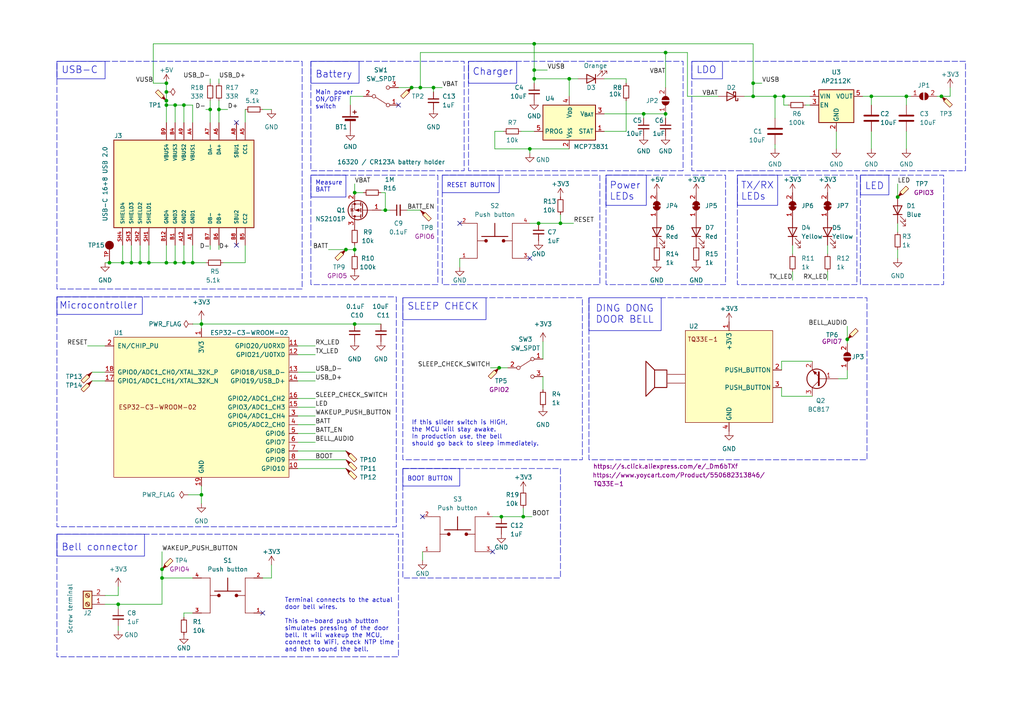
<source format=kicad_sch>
(kicad_sch (version 20230121) (generator eeschema)
  (paper "A4")
  (title_block (title "Capsicum") (date "2024-02-27") (comment 1 "Authored by: Sayanee Basu") (comment 2 "Project website: https://hutscape.com/capsicum") (comment 3 "License: CC-BY-SA 4.0 or TAPR") (comment 4 "Description: Retrofit a wired doorbell to add WiFi and make it connected"))
  (junction (at 252.73 27.94))
  (junction (at 102.87 55.88))
  (junction (at 40.64 76.2))
  (junction (at 273.05 27.94))
  (junction (at 48.26 76.2))
  (junction (at 31.75 76.2))
  (junction (at 151.765 149.86))
  (junction (at 156.21 64.77))
  (junction (at 46.99 165.1))
  (junction (at 55.88 76.2))
  (junction (at 43.18 76.2))
  (junction (at 224.79 27.94))
  (junction (at 48.26 29.21))
  (junction (at 100.33 72.39))
  (junction (at 262.89 27.94))
  (junction (at 53.34 30.48))
  (junction (at 60.96 31.75))
  (junction (at 50.8 76.2))
  (junction (at 218.44 27.94))
  (junction (at 154.94 22.86))
  (junction (at 165.1 22.86))
  (junction (at 102.87 93.98))
  (junction (at 58.42 143.51))
  (junction (at 218.44 24.13))
  (junction (at 53.34 76.2))
  (junction (at 119.38 25.4))
  (junction (at 245.745 98.425))
  (junction (at 125.73 25.4))
  (junction (at 144.78 106.68))
  (junction (at 35.56 76.2))
  (junction (at 58.42 93.98))
  (junction (at 154.94 12.7))
  (junction (at 193.04 33.02))
  (junction (at 153.67 43.18))
  (junction (at 48.26 30.48))
  (junction (at 227.33 27.94))
  (junction (at 260.35 57.15))
  (junction (at 154.94 20.32))
  (junction (at 145.415 149.86))
  (junction (at 111.76 60.96))
  (junction (at 38.1 76.2))
  (junction (at 121.92 25.4))
  (junction (at 102.87 72.39))
  (junction (at 186.69 33.02))
  (junction (at 162.56 64.77))
  (junction (at 48.26 24.13))
  (junction (at 46.99 167.64))
  (junction (at 193.04 15.24))
  (junction (at 63.5 31.75))
  (junction (at 48.26 26.67))
  (junction (at 34.29 175.26))
  (junction (at 50.8 30.48))
  (no_connect (at 115.57 30.48))
  (no_connect (at 68.58 71.12))
  (no_connect (at 76.2 177.8))
  (no_connect (at 153.67 74.93))
  (no_connect (at 68.58 35.56))
  (no_connect (at 142.875 160.02))
  (no_connect (at 122.555 149.86))
  (no_connect (at 133.35 64.77))
  (wire (pts (xy 54.61 143.51) (xy 58.42 143.51)))
  (wire (pts (xy 38.1 71.12) (xy 38.1 76.2)))
  (wire (pts (xy 165.1 22.86) (xy 165.1 27.94)))
  (wire (pts (xy 86.36 135.89) (xy 100.33 135.89)))
  (wire (pts (xy 26.67 107.95) (xy 30.48 107.95)))
  (wire (pts (xy 199.39 15.24) (xy 199.39 27.94)))
  (wire (pts (xy 226.695 104.775) (xy 235.585 104.775)))
  (wire (pts (xy 86.36 100.33) (xy 91.44 100.33)))
  (wire (pts (xy 55.88 71.12) (xy 55.88 76.2)))
  (wire (pts (xy 125.73 25.4) (xy 128.27 25.4)))
  (wire (pts (xy 252.73 27.94) (xy 252.73 30.48)))
  (wire (pts (xy 48.26 24.13) (xy 44.45 24.13)))
  (wire (pts (xy 86.36 130.81) (xy 100.33 130.81)))
  (wire (pts (xy 133.35 74.93) (xy 133.35 77.47)))
  (wire (pts (xy 156.21 64.77) (xy 162.56 64.77)))
  (wire (pts (xy 86.36 123.19) (xy 91.44 123.19)))
  (wire (pts (xy 252.73 38.1) (xy 252.73 43.18)))
  (wire (pts (xy 151.765 149.86) (xy 154.305 149.86)))
  (wire (pts (xy 60.96 71.12) (xy 60.96 72.39)))
  (wire (pts (xy 48.26 26.67) (xy 48.26 29.21)))
  (wire (pts (xy 35.56 76.2) (xy 31.75 76.2)))
  (wire (pts (xy 151.765 147.32) (xy 151.765 149.86)))
  (wire (pts (xy 46.99 160.02) (xy 46.99 165.1)))
  (wire (pts (xy 229.87 71.12) (xy 229.87 73.66)))
  (wire (pts (xy 53.34 30.48) (xy 53.34 35.56)))
  (wire (pts (xy 125.73 25.4) (xy 125.73 26.67)))
  (wire (pts (xy 111.76 55.88) (xy 111.76 60.96)))
  (wire (pts (xy 71.12 76.2) (xy 64.77 76.2)))
  (wire (pts (xy 86.36 118.11) (xy 91.44 118.11)))
  (wire (pts (xy 53.34 71.12) (xy 53.34 76.2)))
  (wire (pts (xy 55.88 76.2) (xy 53.34 76.2)))
  (wire (pts (xy 226.695 107.315) (xy 226.695 104.775)))
  (wire (pts (xy 275.59 25.4) (xy 275.59 27.94)))
  (wire (pts (xy 162.56 62.23) (xy 162.56 64.77)))
  (wire (pts (xy 262.89 38.1) (xy 262.89 43.18)))
  (wire (pts (xy 275.59 27.94) (xy 273.05 27.94)))
  (wire (pts (xy 154.94 12.7) (xy 218.44 12.7)))
  (wire (pts (xy 175.26 33.02) (xy 186.69 33.02)))
  (wire (pts (xy 157.48 99.06) (xy 157.48 104.14)))
  (wire (pts (xy 215.9 27.94) (xy 218.44 27.94)))
  (wire (pts (xy 53.34 177.8) (xy 55.88 177.8)))
  (wire (pts (xy 25.4 100.33) (xy 30.48 100.33)))
  (wire (pts (xy 175.26 38.1) (xy 181.61 38.1)))
  (wire (pts (xy 115.57 25.4) (xy 119.38 25.4)))
  (wire (pts (xy 143.51 43.18) (xy 153.67 43.18)))
  (wire (pts (xy 240.03 71.12) (xy 240.03 73.66)))
  (wire (pts (xy 273.05 27.94) (xy 271.78 27.94)))
  (wire (pts (xy 60.96 29.21) (xy 60.96 31.75)))
  (wire (pts (xy 48.26 76.2) (xy 43.18 76.2)))
  (wire (pts (xy 58.42 93.98) (xy 58.42 95.25)))
  (wire (pts (xy 34.29 170.18) (xy 34.29 172.72)))
  (wire (pts (xy 122.555 160.02) (xy 122.555 162.56)))
  (wire (pts (xy 186.69 33.02) (xy 186.69 34.29)))
  (wire (pts (xy 63.5 71.12) (xy 63.5 72.39)))
  (wire (pts (xy 153.67 43.18) (xy 165.1 43.18)))
  (wire (pts (xy 44.45 24.13) (xy 44.45 12.7)))
  (wire (pts (xy 193.04 33.02) (xy 193.04 34.29)))
  (wire (pts (xy 252.73 27.94) (xy 262.89 27.94)))
  (wire (pts (xy 86.36 110.49) (xy 91.44 110.49)))
  (wire (pts (xy 58.42 140.97) (xy 58.42 143.51)))
  (wire (pts (xy 86.36 107.95) (xy 91.44 107.95)))
  (wire (pts (xy 110.49 55.88) (xy 111.76 55.88)))
  (wire (pts (xy 86.36 133.35) (xy 100.33 133.35)))
  (wire (pts (xy 95.25 72.39) (xy 100.33 72.39)))
  (wire (pts (xy 86.36 115.57) (xy 91.44 115.57)))
  (wire (pts (xy 154.94 12.7) (xy 154.94 20.32)))
  (wire (pts (xy 58.42 143.51) (xy 58.42 146.05)))
  (wire (pts (xy 111.76 60.96) (xy 113.03 60.96)))
  (wire (pts (xy 46.99 167.64) (xy 46.99 175.26)))
  (wire (pts (xy 86.36 120.65) (xy 91.44 120.65)))
  (wire (pts (xy 55.88 30.48) (xy 55.88 35.56)))
  (wire (pts (xy 35.56 71.12) (xy 35.56 76.2)))
  (wire (pts (xy 154.94 20.32) (xy 154.94 22.86)))
  (wire (pts (xy 102.87 93.98) (xy 110.49 93.98)))
  (wire (pts (xy 154.94 20.32) (xy 158.75 20.32)))
  (wire (pts (xy 226.695 112.395) (xy 226.695 114.935)))
  (wire (pts (xy 262.89 27.94) (xy 262.89 30.48)))
  (wire (pts (xy 119.38 25.4) (xy 121.92 25.4)))
  (wire (pts (xy 245.745 109.855) (xy 243.205 109.855)))
  (wire (pts (xy 101.6 27.94) (xy 105.41 27.94)))
  (wire (pts (xy 100.33 72.39) (xy 102.87 72.39)))
  (wire (pts (xy 193.04 15.24) (xy 199.39 15.24)))
  (wire (pts (xy 59.69 76.2) (xy 55.88 76.2)))
  (wire (pts (xy 63.5 31.75) (xy 66.04 31.75)))
  (wire (pts (xy 55.88 167.64) (xy 46.99 167.64)))
  (wire (pts (xy 154.94 22.86) (xy 165.1 22.86)))
  (wire (pts (xy 224.79 27.94) (xy 227.33 27.94)))
  (wire (pts (xy 71.12 71.12) (xy 71.12 76.2)))
  (wire (pts (xy 218.44 12.7) (xy 218.44 24.13)))
  (wire (pts (xy 60.96 31.75) (xy 60.96 35.56)))
  (wire (pts (xy 250.19 27.94) (xy 252.73 27.94)))
  (wire (pts (xy 48.26 24.13) (xy 48.26 26.67)))
  (wire (pts (xy 121.92 25.4) (xy 125.73 25.4)))
  (wire (pts (xy 167.64 22.86) (xy 165.1 22.86)))
  (wire (pts (xy 227.33 27.94) (xy 234.95 27.94)))
  (wire (pts (xy 58.42 93.98) (xy 58.42 92.71)))
  (wire (pts (xy 151.13 38.1) (xy 154.94 38.1)))
  (wire (pts (xy 46.99 165.1) (xy 46.99 167.64)))
  (wire (pts (xy 143.51 38.1) (xy 143.51 43.18)))
  (wire (pts (xy 154.94 22.86) (xy 154.94 24.13)))
  (wire (pts (xy 53.34 76.2) (xy 50.8 76.2)))
  (wire (pts (xy 218.44 24.13) (xy 220.98 24.13)))
  (wire (pts (xy 50.8 30.48) (xy 48.26 30.48)))
  (wire (pts (xy 50.8 30.48) (xy 50.8 35.56)))
  (wire (pts (xy 227.33 30.48) (xy 227.33 27.94)))
  (wire (pts (xy 34.29 181.61) (xy 34.29 182.88)))
  (wire (pts (xy 38.1 76.2) (xy 35.56 76.2)))
  (wire (pts (xy 260.35 64.77) (xy 260.35 67.31)))
  (wire (pts (xy 224.79 27.94) (xy 224.79 34.29)))
  (wire (pts (xy 121.92 15.24) (xy 193.04 15.24)))
  (wire (pts (xy 242.57 38.1) (xy 242.57 43.18)))
  (wire (pts (xy 86.36 102.87) (xy 91.44 102.87)))
  (wire (pts (xy 76.2 167.64) (xy 78.74 167.64)))
  (wire (pts (xy 199.39 27.94) (xy 208.28 27.94)))
  (wire (pts (xy 245.745 107.315) (xy 245.745 109.855)))
  (wire (pts (xy 181.61 24.13) (xy 181.61 22.86)))
  (wire (pts (xy 234.95 30.48) (xy 233.68 30.48)))
  (wire (pts (xy 101.6 30.48) (xy 101.6 27.94)))
  (wire (pts (xy 145.415 149.86) (xy 151.765 149.86)))
  (wire (pts (xy 102.87 55.88) (xy 105.41 55.88)))
  (wire (pts (xy 78.74 163.83) (xy 78.74 167.64)))
  (wire (pts (xy 226.695 114.935) (xy 235.585 114.935)))
  (wire (pts (xy 228.6 30.48) (xy 227.33 30.48)))
  (wire (pts (xy 40.64 71.12) (xy 40.64 76.2)))
  (wire (pts (xy 60.96 22.86) (xy 60.96 24.13)))
  (wire (pts (xy 44.45 12.7) (xy 154.94 12.7)))
  (wire (pts (xy 63.5 29.21) (xy 63.5 31.75)))
  (wire (pts (xy 118.11 60.96) (xy 121.92 60.96)))
  (wire (pts (xy 153.67 64.77) (xy 156.21 64.77)))
  (wire (pts (xy 218.44 24.13) (xy 218.44 27.94)))
  (wire (pts (xy 30.48 172.72) (xy 34.29 172.72)))
  (wire (pts (xy 162.56 64.77) (xy 166.37 64.77)))
  (wire (pts (xy 31.75 76.2) (xy 30.48 76.2)))
  (wire (pts (xy 26.67 110.49) (xy 30.48 110.49)))
  (wire (pts (xy 121.92 25.4) (xy 121.92 15.24)))
  (wire (pts (xy 153.67 43.18) (xy 153.67 44.45)))
  (wire (pts (xy 46.99 175.26) (xy 34.29 175.26)))
  (wire (pts (xy 111.76 60.96) (xy 110.49 60.96)))
  (wire (pts (xy 260.35 53.34) (xy 260.35 57.15)))
  (wire (pts (xy 71.12 31.75) (xy 71.12 35.56)))
  (wire (pts (xy 193.04 15.24) (xy 193.04 25.4)))
  (wire (pts (xy 63.5 35.56) (xy 63.5 31.75)))
  (wire (pts (xy 48.26 30.48) (xy 48.26 35.56)))
  (wire (pts (xy 245.745 98.425) (xy 245.745 99.695)))
  (wire (pts (xy 30.48 175.26) (xy 34.29 175.26)))
  (wire (pts (xy 53.34 177.8) (xy 53.34 179.07)))
  (wire (pts (xy 40.64 76.2) (xy 38.1 76.2)))
  (wire (pts (xy 55.88 93.98) (xy 58.42 93.98)))
  (wire (pts (xy 240.03 78.74) (xy 240.03 81.28)))
  (wire (pts (xy 43.18 76.2) (xy 40.64 76.2)))
  (wire (pts (xy 86.36 128.27) (xy 91.44 128.27)))
  (wire (pts (xy 86.36 125.73) (xy 91.44 125.73)))
  (wire (pts (xy 181.61 38.1) (xy 181.61 29.21)))
  (wire (pts (xy 181.61 22.86) (xy 175.26 22.86)))
  (wire (pts (xy 55.88 30.48) (xy 53.34 30.48)))
  (wire (pts (xy 142.875 149.86) (xy 145.415 149.86)))
  (wire (pts (xy 58.42 93.98) (xy 102.87 93.98)))
  (wire (pts (xy 76.2 31.75) (xy 78.74 31.75)))
  (wire (pts (xy 146.05 38.1) (xy 143.51 38.1)))
  (wire (pts (xy 218.44 27.94) (xy 224.79 27.94)))
  (wire (pts (xy 48.26 71.12) (xy 48.26 76.2)))
  (wire (pts (xy 34.29 175.26) (xy 34.29 176.53)))
  (wire (pts (xy 50.8 76.2) (xy 48.26 76.2)))
  (wire (pts (xy 262.89 27.94) (xy 264.16 27.94)))
  (wire (pts (xy 53.34 30.48) (xy 50.8 30.48)))
  (wire (pts (xy 142.24 106.68) (xy 144.78 106.68)))
  (wire (pts (xy 50.8 71.12) (xy 50.8 76.2)))
  (wire (pts (xy 224.79 41.91) (xy 224.79 43.18)))
  (wire (pts (xy 157.48 109.22) (xy 157.48 113.03)))
  (wire (pts (xy 229.87 78.74) (xy 229.87 81.28)))
  (wire (pts (xy 59.69 31.75) (xy 60.96 31.75)))
  (wire (pts (xy 48.26 29.21) (xy 48.26 30.48)))
  (wire (pts (xy 186.69 33.02) (xy 193.04 33.02)))
  (wire (pts (xy 102.87 71.12) (xy 102.87 72.39)))
  (wire (pts (xy 43.18 71.12) (xy 43.18 76.2)))
  (wire (pts (xy 245.745 94.615) (xy 245.745 98.425)))
  (wire (pts (xy 260.35 72.39) (xy 260.35 74.93)))
  (wire (pts (xy 63.5 22.86) (xy 63.5 24.13)))
  (wire (pts (xy 102.87 53.34) (xy 102.87 55.88)))
  (wire (pts (xy 144.78 106.68) (xy 147.32 106.68)))
  (wire (pts (xy 102.87 72.39) (xy 102.87 73.66)))
  (rectangle (start 175.768 50.8) (end 210.439 82.55) (stroke (width 0) (type dash)))
  (rectangle (start 128.27 50.8) (end 173.99 82.55) (stroke (width 0) (type dash)))
  (rectangle (start 200.66 17.78) (end 280.035 49.53) (stroke (width 0) (type dash)))
  (rectangle (start 16.51 154.94) (end 115.57 190.5) (stroke (width 0) (type dash)))
  (rectangle (start 200.66 17.78) (end 209.55 22.86))
  (rectangle (start 135.89 17.78) (end 198.12 49.53) (stroke (width 0) (type dash)))
  (rectangle (start 128.27 50.8) (end 144.78 55.88))
  (rectangle (start 16.51 86.106) (end 114.935 152.781) (stroke (width 0) (type dash)))
  (rectangle (start 170.815 86.36) (end 251.46 133.35) (stroke (width 0) (type dash)))
  (rectangle (start 213.868 50.8) (end 248.539 82.55) (stroke (width 0) (type dash)))
  (rectangle (start 135.89 17.78) (end 149.86 24.13))
  (rectangle (start 175.768 50.8) (end 187.452 59.563))
  (rectangle (start 116.84 86.36) (end 168.91 133.35) (stroke (width 0) (type dash)))
  (rectangle (start 16.51 17.78) (end 87.63 83.82) (stroke (width 0) (type dash)))
  (rectangle (start 116.84 135.89) (end 162.56 167.64) (stroke (width 0) (type dash)))
  (rectangle (start 90.17 17.78) (end 104.14 24.13))
  (rectangle (start 16.51 86.106) (end 41.275 91.186))
  (rectangle (start 90.17 50.8) (end 100.33 57.15))
  (rectangle (start 16.51 154.94) (end 41.91 161.29))
  (rectangle (start 249.555 50.8) (end 273.685 82.55) (stroke (width 0) (type dash)))
  (rectangle (start 116.84 86.36) (end 140.97 92.71))
  (rectangle (start 16.51 17.78) (end 30.48 22.86))
  (rectangle (start 116.84 135.89) (end 133.35 140.97))
  (rectangle (start 249.555 50.8) (end 257.81 56.515))
  (rectangle (start 213.868 50.8) (end 225.552 59.563))
  (rectangle (start 90.17 17.78) (end 134.62 49.53) (stroke (width 0) (type dash)))
  (rectangle (start 170.815 86.36) (end 191.77 95.885))
  (rectangle (start 90.17 50.8) (end 127 82.55) (stroke (width 0) (type dash)))
  (text "LED" (at 250.825 55.245 0) (effects (font (size 2 2)) (justify left bottom)))
  (text "Terminal connects to the actual \ndoor bell wires.\n\nThis on-board push buttton \nsimulates pressing of the door \nbell. It will wakeup the MCU, \nconnect to WiFi, check NTP time \nand then sound the bell." (at 82.55 189.23 0) (effects (font (size 1.27 1.27)) (justify left bottom)))
  (text "TX/RX\nLEDs" (at 214.884 58.293 0) (effects (font (size 2 2)) (justify left bottom)))
  (text "Main power \nON/OFF \nswitch" (at 91.44 31.75 0) (effects (font (size 1.27 1.27)) (justify left bottom)))
  (text "If this slider switch is HIGH,\nthe MCU will stay awake.\nIn production use, the bell\nshould go back to sleep immediately." (at 119.38 129.54 0) (effects (font (size 1.27 1.27)) (justify left bottom)))
  (text "Measure\nBATT" (at 91.44 55.88 0) (effects (font (size 1.27 1.27)) (justify left bottom)))
  (text "SLEEP CHECK" (at 118.11 90.17 0) (effects (font (size 2 2)) (justify left bottom)))
  (text "RESET BUTTON" (at 129.54 54.61 0) (effects (font (size 1.27 1.27)) (justify left bottom)))
  (text "Charger" (at 137.033 22.098 0) (effects (font (size 2 2)) (justify left bottom)))
  (text "BOOT BUTTON" (at 118.11 139.7 0) (effects (font (size 1.27 1.27)) (justify left bottom)))
  (text "USB-C" (at 17.78 21.59 0) (effects (font (size 2 2)) (justify left bottom)))
  (text "Bell connector" (at 17.78 160.02 0) (effects (font (size 2 2)) (justify left bottom)))
  (text "DING DONG\nDOOR BELL\n" (at 172.72 93.98 0) (effects (font (size 2 2)) (justify left bottom)))
  (text "Microcontroller" (at 17.145 89.916 0) (effects (font (size 2 2)) (justify left bottom)))
  (text "Power\nLEDs" (at 176.784 58.293 0) (effects (font (size 2 2)) (justify left bottom)))
  (text "Battery" (at 91.44 22.86 0) (effects (font (size 2 2)) (justify left bottom)))
  (text "LDO\n" (at 201.93 21.59 0) (effects (font (size 2 2)) (justify left bottom)))
  (label "TX_LED" (at 91.44 102.87 0))
  (label "D+" (at 63.5 72.39 0))
  (label "LED" (at 260.35 53.34 0))
  (label "USB_D+" (at 63.5 22.86 0))
  (label "RESET" (at 166.37 64.77 0))
  (label "BELL_AUDIO" (at 245.745 94.615 180))
  (label "VBAT" (at 128.27 25.4 0))
  (label "USB_D-" (at 91.44 107.95 0))
  (label "SLEEP_CHECK_SWITCH" (at 142.24 106.68 180))
  (label "D+" (at 66.04 31.75 0))
  (label "BATT_EN" (at 91.44 125.73 0))
  (label "VUSB" (at 220.98 24.13 0))
  (label "BATT" (at 91.44 123.19 0))
  (label "D-" (at 59.69 31.75 180))
  (label "BATT" (at 95.25 72.39 180))
  (label "RX_LED" (at 240.03 81.28 180))
  (label "VBAT" (at 208.28 27.94 180))
  (label "RX_LED" (at 91.44 100.33 0))
  (label "USB_D+" (at 91.44 110.49 0))
  (label "BELL_AUDIO" (at 91.44 128.27 0))
  (label "BOOT" (at 91.44 133.35 0))
  (label "BATT_EN" (at 118.11 60.96 0))
  (label "D-" (at 60.96 72.39 180))
  (label "RESET" (at 25.4 100.33 180))
  (label "SLEEP_CHECK_SWITCH" (at 91.44 115.57 0))
  (label "WAKEUP_PUSH_BUTTON" (at 46.99 160.02 0))
  (label "LED" (at 91.44 118.11 0))
  (label "VUSB" (at 44.45 24.13 180))
  (label "VBAT" (at 102.87 53.34 0))
  (label "WAKEUP_PUSH_BUTTON" (at 91.44 120.65 0))
  (label "USB_D-" (at 60.96 22.86 180))
  (label "VBAT" (at 193.04 21.59 180))
  (label "VUSB" (at 158.75 20.32 0))
  (label "BOOT" (at 154.305 149.86 0))
  (label "TX_LED" (at 229.87 81.28 180))
  (symbol (lib_id "power:GND") (at 122.555 162.56 0) (unit 1)
    (property "Reference" "#PWR040" (effects hide))
    (property "Value" "GND" (at 122.555 166.37 0))
  )
  (symbol (lib_id "Connector:TestPoint_Probe") (at 26.67 107.95 180) (unit 1)
    (property "Reference" "TP13" (at 19.05 109.22 0) (effects (justify right)))
    (property "Value" "TestPoint_Probe" (effects hide))
    (property "Footprint" "TestPoint:TestPoint_Pad_1.5x1.5mm" (effects hide))
    (property "Category" "Electronics" (effects hide))
    (property "DNP" "TP1, TP2, TP3, TP4, TP5, TP6, TP7, TP8, TP9, TP10, TP11, TP12, TP13, TP14" (effects hide))
    (property "Unit Price (USD)" "0" (effects hide))
  )
  (symbol (lib_id "Connector:TestPoint_Probe") (at 26.67 110.49 180) (unit 1)
    (property "Reference" "TP14" (at 19.05 111.76 0) (effects (justify right)))
    (property "Value" "TestPoint_Probe" (effects hide))
    (property "Footprint" "TestPoint:TestPoint_Pad_1.5x1.5mm" (effects hide))
    (property "Category" "Electronics" (effects hide))
    (property "DNP" "TP1, TP2, TP3, TP4, TP5, TP6, TP7, TP8, TP9, TP10, TP11, TP12, TP13, TP14" (effects hide))
    (property "Unit Price (USD)" "0" (effects hide))
  )
  (symbol (lib_id "Device:Battery_Cell") (at 101.6 35.56 0) (unit 1)
    (property "Reference" "BT1" (at 97.155 36.83 0) (effects (justify left)))
    (property "Value" "16320 / CR123A battery holder" (at 97.79 46.99 0) (effects (justify left)))
    (property "Footprint" "Battery Holder CR123A:CR123_holder" (effects hide))
    (property "Datasheet" "https://www.aliexpress.com/item/1005004821679671.html" (effects hide))
    (property "Package" "SMD" (effects hide))
    (property "Category" "Connector" (effects hide))
    (property "MANUFACTURER" "EAEONXE" (effects hide))
    (property "Unit Price (USD)" "2.22" (effects hide))
    (property "Link" "https://s.click.aliexpress.com/e/_DBxLGXX" (effects hide))
    (property "Vendor" "AliExpress" (effects hide))
  )
  (symbol (lib_id "power:GND") (at 110.49 99.06 0) (unit 1)
    (property "Reference" "#PWR035" (effects hide))
    (property "Value" "GND" (at 110.49 104.14 0))
  )
  (symbol (lib_id "Switch:SW_SPDT") (at 110.49 27.94 0) (mirror x) (unit 1)
    (property "Reference" "SW1" (at 110.49 20.32 0))
    (property "Value" "SW_SPDT" (at 110.49 22.86 0))
    (property "Footprint" "Button_Switch_SMD:SW_SPDT_PCM12" (effects hide))
    (property "Datasheet" "https://www.nidec-components.com/e/catalog/switch/cus.pdf" (effects hide))
    (property "MPN" "CUS-12TB" (effects hide))
    (property "Package" "SMD" (effects hide))
    (property "Link" "https://www.digikey.sg/en/products/detail/nidec-copal-electronics/CUS-12TB/1124231" (effects hide))
    (property "Vendor" "PCBWay" (effects hide))
    (property "Category" "Electronics" (effects hide))
    (property "MANUFACTURER" "Nidec Copal" (effects hide))
    (property "Unit Price (USD)" "0.8033" (effects hide))
  )
  (symbol (lib_id "Connector:TestPoint_Probe") (at 119.38 25.4 180) (unit 1)
    (property "Reference" "TP2" (at 119.38 27.94 0) (effects (justify right)))
    (property "Value" "TestPoint_Probe" (effects hide))
    (property "Footprint" "TestPoint:TestPoint_Pad_1.5x1.5mm" (effects hide))
    (property "Category" "Electronics" (effects hide))
    (property "DNP" "TP1, TP2, TP3, TP4, TP5, TP6, TP7, TP8, TP9, TP10, TP11, TP12, TP13, TP14" (effects hide))
    (property "Unit Price (USD)" "0" (effects hide))
  )
  (symbol (lib_id "Device:R_Small") (at 151.765 144.78 0) (unit 1)
    (property "Reference" "R19" (at 146.685 143.51 0) (effects (justify left)))
    (property "Value" "10k" (at 146.685 146.05 0) (effects (justify left)))
    (property "Footprint" "Resistor_SMD:R_0603_1608Metric" (effects hide))
    (property "Datasheet" "https://www.yageo.com/upload/media/product/productsearch/datasheet/rchip/PYu-RC_Group_51_RoHS_L_12.pdf" (effects hide))
    (property "MPN" "RC0603FR-0710KL" (effects hide))
    (property "Package" "0603" (effects hide))
    (property "Link" "https://www.digikey.sg/en/products/detail/yageo/RC0603FR-0710KL/726880" (effects hide))
    (property "MANUFACTURER" "YAGEO" (effects hide))
    (property "Vendor" "PCBWay" (effects hide))
    (property "Category" "Electronics" (effects hide))
    (property "Unit Price (USD)" "0.0038" (effects hide))
  )
  (symbol (lib_id "power:GND") (at 154.94 29.21 0) (unit 1)
    (property "Reference" "#PWR019" (effects hide))
    (property "Value" "GND" (at 154.94 33.655 0))
  )
  (symbol (lib_id "Device:R_Small") (at 260.35 69.85 0) (unit 1)
    (property "Reference" "R3" (at 261.62 68.58 0) (effects (justify left)))
    (property "Value" "1k" (at 261.62 71.12 0) (effects (justify left)))
    (property "Footprint" "Resistor_SMD:R_0603_1608Metric" (effects hide))
    (property "Datasheet" "https://www.yageo.com/upload/media/product/productsearch/datasheet/rchip/PYu-RC_Group_51_RoHS_L_12.pdf" (effects hide))
    (property "Link" "https://www.digikey.sg/en/products/detail/yageo/RC0603FR-071ML/726844" (effects hide))
    (property "Vendor" "PCBWay" (effects hide))
    (property "MPN" "RC0603FR-071KL" (effects hide))
    (property "Package" "0603" (effects hide))
    (property "MANUFACTURER" "Yageo" (effects hide))
    (property "Category" "Electronics" (effects hide))
    (property "Unit Price (USD)" "0.1149" (effects hide))
  )
  (symbol (lib_id "Transistor_FET:BSS83P") (at 105.41 60.96 180) (unit 1)
    (property "Reference" "Q1" (at 100.33 60.96 0) (effects (justify left)))
    (property "Value" "NS2101P" (at 100.33 63.5 0) (effects (justify left)))
    (property "Footprint" "Package_TO_SOT_SMD:SOT-323_SC-70" (effects hide))
    (property "Datasheet" "http://www.farnell.com/datasheets/1835997.pdf" (effects hide))
    (property "Package" "SC-70-3 (SOT323)" (effects hide))
    (property "Link" "https://www.digikey.sg/en/products/detail/onsemi/NTS2101PT1G/687099" (effects hide))
    (property "MANUFACTURER" "OnSemi" (effects hide))
    (property "MPN" "NTS2101PT1G" (effects hide))
    (property "Vendor" "PCBWay" (effects hide))
    (property "Category" "Electronics" (effects hide))
    (property "Unit Price (USD)" "0.4712" (effects hide))
  )
  (symbol (lib_id "Device:LED") (at 260.35 60.96 90) (unit 1)
    (property "Reference" "D1" (at 262.89 59.69 90) (effects (justify right)))
    (property "Value" "Blue" (at 262.89 62.23 90) (effects (justify right)))
    (property "Footprint" "Diode_SMD:D_0603_1608Metric" (effects hide))
    (property "Datasheet" "https://www.we-online.com/components/products/datasheet/150060BS75000.pdf" (effects hide))
    (property "Link" "https://www.digikey.sg/en/products/detail/w%C3%BCrth-elektronik/150060BS75000/4489895" (effects hide))
    (property "Vendor" "PCBWay" (effects hide))
    (property "MPN" "150060BS75000" (effects hide))
    (property "Package" "0603" (effects hide))
    (property "MANUFACTURER" "Würth Elektronik" (effects hide))
    (property "Category" "Electronics" (effects hide))
    (property "Unit Price (USD)" "0.197" (effects hide))
  )
  (symbol (lib_id "power:GND") (at 186.69 39.37 0) (unit 1)
    (property "Reference" "#PWR020" (effects hide))
    (property "Value" "GND" (at 186.69 43.815 0))
  )
  (symbol (lib_id "Keystone_TP:5015") (at 31.75 71.12 90) (unit 1)
    (property "Reference" "TP15" (at 27.94 71.12 90))
    (property "Value" "5015" (effects hide))
    (property "Footprint" "Keystone_TP:Keystone_test_point_5015" (effects hide))
    (property "Datasheet" "https://www.keyelco.com/userAssets/file/M65p55.pdf" (effects hide))
    (property "MF" "Keystone Electronics" (effects hide))
    (property "DESCRIPTION" "SMT Test Point- Micro Miniature-1000 pc Reels" (effects hide))
    (property "PACKAGE" "None" (effects hide))
    (property "PRICE" "None" (effects hide))
    (property "MP" "5015" (effects hide))
    (property "AVAILABILITY" "In Stock" (effects hide))
    (property "PURCHASE-URL" "https://pricing.snapeda.com/search/part/5015/?ref=eda" (effects hide))
    (property "Category" "Electronics" (effects hide))
    (property "Link" "https://www.digikey.sg/en/products/detail/keystone-electronics/5015/278885" (effects hide))
    (property "MANUFACTURER" "Keystone" (effects hide))
    (property "MPN" "5015" (effects hide))
    (property "Package" "SMD" (effects hide))
    (property "Unit Price (USD)" "0.1418" (effects hide))
    (property "Vendor" "PCBWay" (effects hide))
  )
  (symbol (lib_id "Device:C_Small") (at 110.49 96.52 180) (unit 1)
    (property "Reference" "C11" (at 109.22 91.44 0) (effects (justify right)))
    (property "Value" "10uF" (at 107.95 88.9 0) (effects (justify right)))
    (property "Footprint" "Capacitor_SMD:C_0603_1608Metric" (effects hide))
    (property "Datasheet" "https://www.yageo.com/upload/website/yageo_High%20Capacitance%20MLCCs_2016_19050911_141.pdf" (effects hide))
    (property "Category" "Electronics" (effects hide))
    (property "Link" "https://www.digikey.sg/en/products/detail/yageo/CC0603KRX5R6BB106/5195191" (effects hide))
    (property "MANUFACTURER" "YAGEO" (effects hide))
    (property "MPN" "CC0603KRX5R6BB106" (effects hide))
    (property "Package" "0603" (effects hide))
    (property "Unit Price (USD)" "0.0284" (effects hide))
    (property "Vendor" "PCBWay" (effects hide))
  )
  (symbol (lib_id "Connector:TestPoint_Probe") (at 144.78 106.68 180) (unit 1)
    (property "Reference" "TP5" (at 143.51 110.49 0) (effects (justify right)))
    (property "Value" "TestPoint_Probe" (effects hide))
    (property "Footprint" "TestPoint:TestPoint_Pad_1.5x1.5mm" (effects hide))
    (property "Category" "Electronics" (effects hide))
    (property "DNP" "TP1, TP2, TP3, TP4, TP5, TP6, TP7, TP8, TP9, TP10, TP11, TP12, TP13, TP14" (effects hide))
    (property "Unit Price (USD)" "0" (effects hide))
    (property "Field7" "GPIO2" (at 144.78 113.03 0))
  )
  (symbol (lib_id "Device:R_Small") (at 102.87 68.58 180) (unit 1)
    (property "Reference" "R9" (at 106.68 67.31 0))
    (property "Value" "10k" (at 106.68 69.85 0))
    (property "Footprint" "Resistor_SMD:R_0603_1608Metric" (effects hide))
    (property "Datasheet" "https://www.yageo.com/upload/media/product/productsearch/datasheet/rchip/PYu-RC_Group_51_RoHS_L_12.pdf" (effects hide))
    (property "MPN" "RC0603FR-0710KL" (effects hide))
    (property "Package" "0603" (effects hide))
    (property "Link" "https://www.digikey.sg/en/products/detail/yageo/RC0603FR-0710KL/726880" (effects hide))
    (property "MANUFACTURER" "YAGEO" (effects hide))
    (property "Vendor" "PCBWay" (effects hide))
    (property "Category" "Electronics" (effects hide))
    (property "Unit Price (USD)" "0.0038" (effects hide))
  )
  (symbol (lib_id "Device:R_Small") (at 231.14 30.48 90) (unit 1)
    (property "Reference" "R6" (at 231.14 33.02 90))
    (property "Value" "100k" (at 231.14 35.56 90))
    (property "Footprint" "Resistor_SMD:R_0603_1608Metric" (effects hide))
    (property "Datasheet" "https://www.seielect.com/Catalog/SEI-RMCF_RMCP.pdf" (effects hide))
    (property "MPN" "RMCF0603FT100K" (effects hide))
    (property "Package" "0603" (effects hide))
    (property "Link" "https://www.digikey.sg/en/products/detail/stackpole-electronics-inc/RMCF0603FT100K/1761112" (effects hide))
    (property "MANUFACTURER" "Stackpole" (effects hide))
    (property "Vendor" "PCBWay" (effects hide))
    (property "Category" "Electronics" (effects hide))
    (property "Unit Price (USD)" "0.1149" (effects hide))
  )
  (symbol (lib_id "Device:LED") (at 240.03 67.31 90) (unit 1)
    (property "Reference" "D5" (at 241.3 66.04 90) (effects (justify right)))
    (property "Value" "Yellow" (at 241.3 68.58 90) (effects (justify right)))
    (property "Footprint" "Diode_SMD:D_0603_1608Metric" (effects hide))
    (property "Datasheet" "https://www.we-online.com/components/products/datasheet/150060YS75000.pdf" (effects hide))
    (property "Link" "https://www.digikey.sg/en/products/detail/w%C3%BCrth-elektronik/150060YS75000/4489909" (effects hide))
    (property "Vendor" "PCBWay" (effects hide))
    (property "MPN" "150060YS75000" (effects hide))
    (property "Package" "0603" (effects hide))
    (property "MANUFACTURER" "Würth Elektronik" (effects hide))
    (property "Category" "Electronics" (effects hide))
    (property "Unit Price (USD)" "0.179" (effects hide))
  )
  (symbol (lib_id "Device:LED") (at 190.5 67.31 90) (unit 1)
    (property "Reference" "D6" (at 193.04 66.04 90) (effects (justify right)))
    (property "Value" "Red" (at 193.04 68.58 90) (effects (justify right)))
    (property "Footprint" "Diode_SMD:D_0603_1608Metric" (effects hide))
    (property "Datasheet" "https://www.we-online.com/components/products/datasheet/150060RS75000.pdf" (effects hide))
    (property "Link" "https://www.digikey.sg/en/products/detail/w%C3%BCrth-elektronik/150060RS75000/4489901" (effects hide))
    (property "Vendor" "PCBWay" (effects hide))
    (property "MPN" "150060RS75000" (effects hide))
    (property "Package" "0603" (effects hide))
    (property "MANUFACTURER" "Würth Elektronik" (effects hide))
    (property "Category" "Electronics" (effects hide))
    (property "Unit Price (USD)" "0.179" (effects hide))
  )
  (symbol (lib_id "Connector:TestPoint_Probe") (at 100.33 130.81 270) (unit 1)
    (property "Reference" "TP10" (at 109.22 133.35 90) (effects (justify right)))
    (property "Value" "TestPoint_Probe" (effects hide))
    (property "Footprint" "TestPoint:TestPoint_Pad_1.5x1.5mm" (effects hide))
    (property "Category" "Electronics" (effects hide))
    (property "DNP" "TP1, TP2, TP3, TP4, TP5, TP6, TP7, TP8, TP9, TP10, TP11, TP12, TP13, TP14" (effects hide))
    (property "Unit Price (USD)" "0" (effects hide))
  )
  (symbol (lib_id "power:+3V3") (at 201.93 55.88 0) (unit 1)
    (property "Reference" "#PWR031" (effects hide))
    (property "Value" "+3V3" (at 201.93 52.07 0))
  )
  (symbol (lib_id "Device:C_Small") (at 102.87 96.52 180) (unit 1)
    (property "Reference" "C10" (at 101.6 91.44 0) (effects (justify right)))
    (property "Value" "0.1uF" (at 100.33 88.9 0) (effects (justify right)))
    (property "Footprint" "Capacitor_SMD:C_0603_1608Metric" (effects hide))
    (property "Datasheet" "https://datasheets.kyocera-avx.com/X7RDielectric.pdf" (effects hide))
    (property "Category" "Electronics" (effects hide))
    (property "Link" "https://www.digikey.ca/en/products/detail/kyocera-avx/KGM15BR71E104KM/3247517" (effects hide))
    (property "MANUFACTURER" "Kyocera" (effects hide))
    (property "MPN" "06033C104KAT4A" (effects hide))
    (property "Package" "0603" (effects hide))
    (property "Unit Price (USD)" "0.1028" (effects hide))
    (property "Vendor" "PCBWay" (effects hide))
  )
  (symbol (lib_id "Device:LED") (at 201.93 67.31 90) (unit 1)
    (property "Reference" "D7" (at 204.47 66.04 90) (effects (justify right)))
    (property "Value" "Red" (at 204.47 68.58 90) (effects (justify right)))
    (property "Footprint" "Diode_SMD:D_0603_1608Metric" (effects hide))
    (property "Datasheet" "https://www.we-online.com/components/products/datasheet/150060RS75000.pdf" (effects hide))
    (property "Link" "https://www.digikey.sg/en/products/detail/w%C3%BCrth-elektronik/150060RS75000/4489901" (effects hide))
    (property "Vendor" "PCBWay" (effects hide))
    (property "MPN" "150060RS75000" (effects hide))
    (property "Package" "0603" (effects hide))
    (property "MANUFACTURER" "Würth Elektronik" (effects hide))
    (property "Category" "Electronics" (effects hide))
    (property "Unit Price (USD)" "0.179" (effects hide))
  )
  (symbol (lib_id "Connector:TestPoint_Probe") (at 48.26 29.21 90) (unit 1)
    (property "Reference" "TP1" (at 43.18 30.48 90) (effects (justify right)))
    (property "Value" "TestPoint_Probe" (effects hide))
    (property "Footprint" "TestPoint:TestPoint_Pad_1.5x1.5mm" (effects hide))
    (property "Category" "Electronics" (effects hide))
    (property "DNP" "TP1, TP2, TP3, TP4, TP5, TP6, TP7, TP8, TP9, TP10, TP11, TP12, TP13, TP14" (effects hide))
    (property "Unit Price (USD)" "0" (effects hide))
  )
  (symbol (lib_id "Connector:TestPoint_Probe") (at 100.33 135.89 270) (unit 1)
    (property "Reference" "TP12" (at 109.22 138.43 90) (effects (justify right)))
    (property "Value" "TestPoint_Probe" (effects hide))
    (property "Footprint" "TestPoint:TestPoint_Pad_1.5x1.5mm" (effects hide))
    (property "Category" "Electronics" (effects hide))
    (property "DNP" "TP1, TP2, TP3, TP4, TP5, TP6, TP7, TP8, TP9, TP10, TP11, TP12, TP13, TP14" (effects hide))
    (property "Unit Price (USD)" "0" (effects hide))
  )
  (symbol (lib_id "power:GND") (at 34.29 182.88 0) (unit 1)
    (property "Reference" "#PWR028" (effects hide))
    (property "Value" "GND" (at 38.1 184.15 0))
  )
  (symbol (lib_id "Device:R_Small") (at 107.95 55.88 270) (unit 1)
    (property "Reference" "R16" (at 113.03 54.61 90))
    (property "Value" "1M" (at 113.03 52.07 90))
    (property "Footprint" "Resistor_SMD:R_0603_1608Metric" (effects hide))
    (property "Datasheet" "https://www.yageo.com/upload/media/product/productsearch/datasheet/rchip/PYu-RC_Group_51_RoHS_L_12.pdf" (effects hide))
    (property "MPN" "RC0603FR-071ML" (effects hide))
    (property "Package" "0603" (effects hide))
    (property "Link" "https://www.digikey.sg/en/products/detail/yageo/RC0603FR-071ML/726844" (effects hide))
    (property "MANUFACTURER" "YAGEO" (effects hide))
    (property "Vendor" "PCBWay" (effects hide))
    (property "Category" "Electronics" (effects hide))
    (property "Unit Price (USD)" "0.0013" (effects hide))
  )
  (symbol (lib_id "power:GND") (at 211.455 125.095 0) (unit 1)
    (property "Reference" "#PWR04" (effects hide))
    (property "Value" "GND" (at 211.455 130.175 0))
  )
  (symbol (lib_id "power:+3V3") (at 151.765 142.24 0) (unit 1)
    (property "Reference" "#PWR038" (effects hide))
    (property "Value" "+3V3" (at 151.765 138.43 0))
  )
  (symbol (lib_id "Device:R_Small") (at 229.87 76.2 0) (unit 1)
    (property "Reference" "R11" (at 232.41 74.93 0) (effects (justify left)))
    (property "Value" "1k" (at 232.41 77.47 0) (effects (justify left)))
    (property "Footprint" "Resistor_SMD:R_0603_1608Metric" (effects hide))
    (property "Datasheet" "https://www.yageo.com/upload/media/product/productsearch/datasheet/rchip/PYu-RC_Group_51_RoHS_L_12.pdf" (effects hide))
    (property "Link" "https://www.digikey.sg/en/products/detail/yageo/RC0603FR-071ML/726844" (effects hide))
    (property "Vendor" "PCBWay" (effects hide))
    (property "MPN" "RC0603FR-071KL" (effects hide))
    (property "Package" "0603" (effects hide))
    (property "MANUFACTURER" "Yageo" (effects hide))
    (property "Category" "Electronics" (effects hide))
    (property "Unit Price (USD)" "0.1149" (effects hide))
  )
  (symbol (lib_id "power:GND") (at 156.21 69.85 0) (unit 1)
    (property "Reference" "#PWR026" (effects hide))
    (property "Value" "GND" (at 156.21 73.66 0))
  )
  (symbol (lib_id "Transistor_BJT:BC817") (at 238.125 109.855 180) (unit 1)
    (property "Reference" "Q2" (at 239.395 116.205 0) (effects (justify left)))
    (property "Value" "BC817" (at 240.665 118.745 0) (effects (justify left)))
    (property "Footprint" "Package_TO_SOT_SMD:SOT-23-3" (effects hide))
    (property "Datasheet" "https://www.onsemi.com/pub/Collateral/BC818-D.pdf" (effects hide))
    (property "Link" "https://www.digikey.sg/en/products/detail/onsemi/BC817-16LT3G/1475941" (effects hide))
    (property "MANUFACTURER" "OnSemi" (effects hide))
    (property "Vendor" "PCBWay" (effects hide))
    (property "MPN" "BC817-16LT3G" (effects hide))
    (property "Package" "SOT-23-3" (effects hide))
    (property "Category" "Electronics" (effects hide))
    (property "Unit Price (USD)" "0.1593" (effects hide))
  )
  (symbol (lib_id "power:+3V3") (at 34.29 170.18 0) (unit 1)
    (property "Reference" "#PWR029" (effects hide))
    (property "Value" "+3V3" (at 34.29 165.1 0))
  )
  (symbol (lib_id "Bell Dong Dong:TQ33E-1") (at 211.455 109.855 0) (unit 1)
    (property "Reference" "U2" (at 202.565 94.615 0) (effects (justify right)))
    (property "Value" "R/A 4x1 2.54mm pin header" (effects hide))
    (property "Footprint" "Connector_PinHeader_2.54mm:PinHeader_1x04_P2.54mm_Horizontal" (effects hide))
    (property "Datasheet" "https://app.adam-tech.com/products/download/data_sheet/201281/ph1rb-xx-ua-data-sheet.pdf" (effects hide))
    (property "Link" "https://www.digikey.sg/en/products/detail/adam-tech/PH1RB-04-UA/9830473" (effects hide))
    (property "MPN" "PH1RB-04-UA" (effects hide))
    (property "Package" "TH" (effects hide))
    (property "Vendor" "PCBWay" (effects hide))
    (property "Category" "Electronics" (effects hide))
    (property "MANUFACTURER" "Adam Tech" (effects hide))
    (property "Unit Price (USD)" "0.26" (effects hide))
    (property "DingDong chip" "TQ33E-1" (at 176.53 140.335 0))
    (property "Doorbell" "https://s.click.aliexpress.com/e/_Dm6bTXf" (at 193.04 135.255 0))
    (property "Ding dong chip datasheet" "https://www.yoycart.com/Product/550682313846/" (at 196.85 137.795 0))
  )
  (symbol (lib_id "power:PWR_FLAG") (at 54.61 143.51 90) (unit 1)
    (property "Reference" "#FLG01" (effects hide))
    (property "Value" "PWR_FLAG" (at 50.8 143.51 90) (effects (justify left)))
  )
  (symbol (lib_id "Connector:Screw_Terminal_01x02") (at 25.4 175.26 180) (unit 1)
    (property "Reference" "J2" (at 25.4 177.8 0))
    (property "Value" "Screw terminal" (at 20.32 176.53 90))
    (property "Footprint" "Screw Terminal:phoenix_screw_terminal_th_1935161" (effects hide))
    (property "Datasheet" "https://media.digikey.com/pdf/Data%20Sheets/Phoenix%20Contact%20PDFs/1935161.pdf" (effects hide))
    (property "MPN" "1935161" (effects hide))
    (property "Package" "TH" (effects hide))
    (property "Link" "https://www.digikey.sg/en/products/detail/phoenix-contact/1935161/568614" (effects hide))
    (property "MANUFACTURER" "Phoenix" (effects hide))
    (property "SNAPEDA_PN" "1935161" (effects hide))
    (property "Vendor" "PCBWay" (effects hide))
    (property "Category" "Connector" (effects hide))
    (property "Unit Price (USD)" "0.2835" (effects hide))
  )
  (symbol (lib_id "Jumper:SolderJumper_2_Open") (at 193.04 29.21 90) (unit 1)
    (property "Reference" "JP2" (at 187.325 29.21 90) (effects (justify right)))
    (property "Value" "SolderJumper_2_Open" (effects hide))
    (property "Footprint" "Connector_PinHeader_2.54mm:PinHeader_1x02_P2.54mm_Vertical" (effects hide))
    (property "Datasheet" "https://www.we-online.com/components/products/datasheet/6130xx11121.pdf" (effects hide))
    (property "MPN" "61300211121" (effects hide))
    (property "Package" "TH" (effects hide))
    (property "Category" "Electronics" (effects hide))
    (property "Unit Price (USD)" "0.0945" (effects hide))
    (property "Link" "https://www.digikey.sg/en/products/detail/w%C3%BCrth-elektronik/61300211121/4846823" (effects hide))
    (property "MANUFACTURER" "Würth Elektronik" (effects hide))
    (property "Vendor" "PCBWay" (effects hide))
  )
  (symbol (lib_id "Device:R_Small") (at 62.23 76.2 270) (unit 1)
    (property "Reference" "R5" (at 60.96 78.74 90) (effects (justify left)))
    (property "Value" "5.1k" (at 59.69 81.28 90) (effects (justify left)))
    (property "Footprint" "Resistor_SMD:R_0603_1608Metric" (effects hide))
    (property "Datasheet" "https://industrial.panasonic.com/ww/products/pt/general-purpose-chip-resistors/models/ERJ3GEYJ512V" (effects hide))
    (property "MPN" "ERJ-3GEYJ512V" (effects hide))
    (property "Package" "0603" (effects hide))
    (property "Link" "https://www.digikey.sg/en/products/detail/panasonic-electronic-components/ERJ-3GEYJ512V/135918" (effects hide))
    (property "MANUFACTURER" "Panasonic" (effects hide))
    (property "Vendor" "PCBWay" (effects hide))
    (property "Category" "Electronics" (effects hide))
    (property "Unit Price (USD)" "0.1149" (effects hide))
  )
  (symbol (lib_id "Device:R_Small") (at 201.93 73.66 0) (unit 1)
    (property "Reference" "R15" (at 204.47 73.66 0) (effects (justify left)))
    (property "Value" "1k" (at 204.47 76.2 0) (effects (justify left)))
    (property "Footprint" "Resistor_SMD:R_0603_1608Metric" (effects hide))
    (property "Datasheet" "https://www.yageo.com/upload/media/product/productsearch/datasheet/rchip/PYu-RC_Group_51_RoHS_L_12.pdf" (effects hide))
    (property "Link" "https://www.digikey.sg/en/products/detail/yageo/RC0603FR-071ML/726844" (effects hide))
    (property "Vendor" "PCBWay" (effects hide))
    (property "MPN" "RC0603FR-071KL" (effects hide))
    (property "Package" "0603" (effects hide))
    (property "MANUFACTURER" "Yageo" (effects hide))
    (property "Category" "Electronics" (effects hide))
    (property "Unit Price (USD)" "0.1149" (effects hide))
  )
  (symbol (lib_id "Device:R_Small") (at 162.56 59.69 0) (unit 1)
    (property "Reference" "R13" (at 157.48 58.42 0) (effects (justify left)))
    (property "Value" "10k" (at 157.48 60.96 0) (effects (justify left)))
    (property "Footprint" "Resistor_SMD:R_0603_1608Metric" (effects hide))
    (property "Datasheet" "https://www.yageo.com/upload/media/product/productsearch/datasheet/rchip/PYu-RC_Group_51_RoHS_L_12.pdf" (effects hide))
    (property "MPN" "RC0603FR-0710KL" (effects hide))
    (property "Package" "0603" (effects hide))
    (property "Link" "https://www.digikey.sg/en/products/detail/yageo/RC0603FR-0710KL/726880" (effects hide))
    (property "MANUFACTURER" "YAGEO" (effects hide))
    (property "Vendor" "PCBWay" (effects hide))
    (property "Category" "Electronics" (effects hide))
    (property "Unit Price (USD)" "0.0038" (effects hide))
  )
  (symbol (lib_id "Connector:TestPoint_Probe") (at 100.33 72.39 180) (unit 1)
    (property "Reference" "TP9" (at 96.52 77.47 0) (effects (justify right)))
    (property "Value" "TestPoint_Probe" (effects hide))
    (property "Footprint" "TestPoint:TestPoint_Pad_1.5x1.5mm" (effects hide))
    (property "Category" "Electronics" (effects hide))
    (property "DNP" "TP1, TP2, TP3, TP4, TP5, TP6, TP7, TP8, TP9, TP10, TP11, TP12, TP13, TP14" (effects hide))
    (property "Unit Price (USD)" "0" (effects hide))
    (property "Field7" "GPIO5" (at 97.79 80.01 0))
  )
  (symbol (lib_id "power:+3V3") (at 78.74 163.83 0) (unit 1)
    (property "Reference" "#PWR01" (effects hide))
    (property "Value" "+3V3" (at 78.74 160.02 0))
  )
  (symbol (lib_id "Device:R_Small") (at 148.59 38.1 90) (unit 1)
    (property "Reference" "R7" (at 148.59 35.56 90))
    (property "Value" "10k" (at 148.59 40.64 90))
    (property "Footprint" "Resistor_SMD:R_0603_1608Metric" (effects hide))
    (property "Datasheet" "https://www.yageo.com/upload/media/product/productsearch/datasheet/rchip/PYu-RC_Group_51_RoHS_L_12.pdf" (effects hide))
    (property "MPN" "RC0603FR-0710KL" (effects hide))
    (property "Package" "0603" (effects hide))
    (property "Link" "https://www.digikey.sg/en/products/detail/yageo/RC0603FR-0710KL/726880" (effects hide))
    (property "MANUFACTURER" "YAGEO" (effects hide))
    (property "Vendor" "PCBWay" (effects hide))
    (property "Category" "Electronics" (effects hide))
    (property "Unit Price (USD)" "0.0038" (effects hide))
  )
  (symbol (lib_id "power:+5V") (at 190.5 55.88 0) (unit 1)
    (property "Reference" "#PWR030" (effects hide))
    (property "Value" "+5V" (at 190.5 52.07 0))
  )
  (symbol (lib_id "power:PWR_FLAG") (at 48.26 26.67 270) (unit 1)
    (property "Reference" "#FLG05" (effects hide))
    (property "Value" "PWR_FLAG" (effects hide))
  )
  (symbol (lib_id "Jumper:SolderJumper_2_Bridged") (at 240.03 59.69 90) (unit 1)
    (property "Reference" "JP7" (at 242.57 59.69 90) (effects (justify right)))
    (property "Value" "SolderJumper_2_Bridged" (effects hide))
    (property "Footprint" "Jumper:SolderJumper-2_P1.3mm_Bridged_RoundedPad1.0x1.5mm" (effects hide))
    (property "Category" "Electronics" (effects hide))
    (property "DNP" "JP4, JP5, JP6, JP7" (effects hide))
    (property "Unit Price (USD)" "0" (effects hide))
  )
  (symbol (lib_id "Push button:TL3305AF160QG") (at 66.04 172.72 0) (unit 1)
    (property "Reference" "S1" (at 66.04 162.56 0))
    (property "Value" "Push button" (at 66.04 165.1 0))
    (property "Footprint" "Push button:SW_TL3305AF160QG" (effects hide))
    (property "Datasheet" "https://sten-eswitch-13110800-production.s3.amazonaws.com/system/asset/product_line/data_sheet/213/TL3305.pdf" (effects hide))
    (property "PARTREV" "C" (effects hide))
    (property "SNAPEDA_PN" "TL3305AF160QG" (effects hide))
    (property "MANUFACTURER" "E-Switch" (effects hide))
    (property "MAXIMUM_PACKAGE_HEIGHT" "3.8 mm" (effects hide))
    (property "STANDARD" "Manufacturer Recommendations" (effects hide))
    (property "Link" "https://www.digikey.sg/en/products/detail/e-switch/TL3305AF160QG/5816181" (effects hide))
    (property "MPN" "TL3305AF160QG" (effects hide))
    (property "Category" "Connector" (effects hide))
    (property "Unit Price (USD)" "0.1701" (effects hide))
    (property "Package" "SMD" (effects hide))
    (property "Vendor" "PCBWay" (effects hide))
  )
  (symbol (lib_id "Device:C") (at 262.89 34.29 0) (unit 1)
    (property "Reference" "C3" (at 266.7 33.02 0) (effects (justify left)))
    (property "Value" "10uF" (at 266.7 35.56 0) (effects (justify left)))
    (property "Footprint" "Capacitor_SMD:C_0603_1608Metric" (effects hide))
    (property "Datasheet" "https://www.yageo.com/upload/website/yageo_High%20Capacitance%20MLCCs_2016_19050911_141.pdf" (effects hide))
    (property "Link" "https://www.digikey.sg/en/products/detail/yageo/CC0603KRX5R6BB106/5195191" (effects hide))
    (property "MPN" "CC0603KRX5R6BB106" (effects hide))
    (property "Vendor" "PCBWay" (effects hide))
    (property "Package" "0603" (effects hide))
    (property "Category" "Electronics" (effects hide))
    (property "MANUFACTURER" "YAGEO" (effects hide))
    (property "Unit Price (USD)" "0.0284" (effects hide))
  )
  (symbol (lib_id "power:+3V3") (at 229.87 55.88 0) (unit 1)
    (property "Reference" "#PWR024" (effects hide))
    (property "Value" "+3V3" (at 229.87 52.07 0))
  )
  (symbol (lib_id "Jumper:SolderJumper_2_Open") (at 267.97 27.94 0) (unit 1)
    (property "Reference" "JP1" (at 267.97 24.765 0))
    (property "Value" "SolderJumper_2_Open" (effects hide))
    (property "Footprint" "Connector_PinHeader_2.54mm:PinHeader_1x02_P2.54mm_Vertical" (effects hide))
    (property "Datasheet" "https://www.we-online.com/components/products/datasheet/6130xx11121.pdf" (effects hide))
    (property "MPN" "61300211121" (effects hide))
    (property "Package" "TH" (effects hide))
    (property "Category" "Electronics" (effects hide))
    (property "Unit Price (USD)" "0.0945" (effects hide))
    (property "Link" "https://www.digikey.sg/en/products/detail/w%C3%BCrth-elektronik/61300211121/4846823" (effects hide))
    (property "MANUFACTURER" "Würth Elektronik" (effects hide))
    (property "Vendor" "PCBWay" (effects hide))
  )
  (symbol (lib_id "Device:C_Small") (at 34.29 179.07 0) (unit 1)
    (property "Reference" "C8" (at 36.83 177.8063 0) (effects (justify left)))
    (property "Value" "1uF" (at 36.83 180.3463 0) (effects (justify left)))
    (property "Footprint" "Capacitor_SMD:C_0603_1608Metric" (effects hide))
    (property "Datasheet" "https://datasheets.kyocera-avx.com/cx5r.pdf" (effects hide))
    (property "Link" "https://www.digikey.co.nz/en/products/detail/kyocera-avx/KGM15BR51E105MT/1645810" (effects hide))
    (property "MPN" "06033D105MAT2A" (effects hide))
    (property "Vendor" "PCBWay" (effects hide))
    (property "Package" "0603" (effects hide))
    (property "Category" "Electronics" (effects hide))
    (property "MANUFACTURER" "Kyocera" (effects hide))
    (property "Unit Price (USD)" "0.1748" (effects hide))
  )
  (symbol (lib_id "Battery_Management:MCP73831-2-OT") (at 165.1 35.56 0) (unit 1)
    (property "Reference" "U4" (at 158.115 28.575 0) (effects (justify left)))
    (property "Value" "MCP73831" (at 166.37 42.545 0) (effects (justify left)))
    (property "Footprint" "Package_TO_SOT_SMD:SOT-23-5" (effects hide))
    (property "Datasheet" "https://ww1.microchip.com/downloads/en/DeviceDoc/MCP73831-Family-Data-Sheet-DS20001984H.pdf" (effects hide))
    (property "MPN" "MCP73831T-2ACI/OT" (effects hide))
    (property "Link" "https://www.digikey.sg/en/products/detail/microchip-technology/MCP73831T-2ACI-OT/964301" (effects hide))
    (property "Vendor" "PCBWay" (effects hide))
    (property "Package" "SOT-23-5" (effects hide))
    (property "Category" "Electronics" (effects hide))
    (property "MANUFACTURER" "Microchip" (effects hide))
    (property "Unit Price (USD)" "0.8701" (effects hide))
  )
  (symbol (lib_id "power:GND") (at 201.93 76.2 0) (unit 1)
    (property "Reference" "#PWR034" (effects hide))
    (property "Value" "GND" (at 201.93 81.28 0))
  )
  (symbol (lib_id "Device:R_Small") (at 53.34 181.61 0) (unit 1)
    (property "Reference" "R1" (at 55.88 180.34 0) (effects (justify left)))
    (property "Value" "10k" (at 55.88 182.88 0) (effects (justify left)))
    (property "Footprint" "Resistor_SMD:R_0603_1608Metric" (effects hide))
    (property "Datasheet" "https://www.yageo.com/upload/media/product/productsearch/datasheet/rchip/PYu-RC_Group_51_RoHS_L_12.pdf" (effects hide))
    (property "Link" "https://www.digikey.sg/en/products/detail/yageo/RC0603FR-0710KL/726880" (effects hide))
    (property "Vendor" "PCBWay" (effects hide))
    (property "MPN" "RC0603FR-0710KL" (effects hide))
    (property "Package" "0603" (effects hide))
    (property "MANUFACTURER" "YAGEO" (effects hide))
    (property "Category" "Electronics" (effects hide))
    (property "Unit Price (USD)" "0.0038" (effects hide))
  )
  (symbol (lib_id "power:GND") (at 190.5 76.2 0) (unit 1)
    (property "Reference" "#PWR033" (effects hide))
    (property "Value" "GND" (at 190.5 81.28 0))
  )
  (symbol (lib_id "power:GND") (at 224.79 43.18 0) (unit 1)
    (property "Reference" "#PWR012" (effects hide))
    (property "Value" "GND" (at 224.79 47.625 0))
  )
  (symbol (lib_id "Connector:TestPoint_Probe") (at 273.05 27.94 270) (unit 1)
    (property "Reference" "TP3" (at 276.225 33.02 90) (effects (justify right)))
    (property "Value" "TestPoint_Probe" (effects hide))
    (property "Footprint" "TestPoint:TestPoint_Pad_1.5x1.5mm" (effects hide))
    (property "Category" "Electronics" (effects hide))
    (property "DNP" "TP1, TP2, TP3, TP4, TP5, TP6, TP7, TP8, TP9, TP10, TP11, TP12, TP13, TP14" (effects hide))
    (property "Unit Price (USD)" "0" (effects hide))
  )
  (symbol (lib_id "Device:C_Small") (at 125.73 29.21 0) (unit 1)
    (property "Reference" "C13" (at 128.27 27.9463 0) (effects (justify left)))
    (property "Value" "1uF" (at 128.27 30.4863 0) (effects (justify left)))
    (property "Footprint" "Capacitor_SMD:C_0603_1608Metric" (effects hide))
    (property "Datasheet" "https://datasheets.kyocera-avx.com/cx5r.pdf" (effects hide))
    (property "Category" "Electronics" (effects hide))
    (property "Link" "https://www.digikey.co.nz/en/products/detail/kyocera-avx/KGM15BR51E105MT/1645810" (effects hide))
    (property "MANUFACTURER" "Kyocera" (effects hide))
    (property "MPN" "06033D105MAT2A" (effects hide))
    (property "Package" "0603" (effects hide))
    (property "Unit Price (USD)" "0.1748" (effects hide))
    (property "Vendor" "PCBWay" (effects hide))
  )
  (symbol (lib_id "power:GND") (at 260.35 74.93 0) (unit 1)
    (property "Reference" "#PWR07" (effects hide))
    (property "Value" "GND" (at 260.35 80.01 0))
  )
  (symbol (lib_id "power:GND") (at 157.48 118.11 0) (unit 1)
    (property "Reference" "#PWR08" (effects hide))
    (property "Value" "GND" (at 157.48 123.19 0))
  )
  (symbol (lib_id "Device:C_Small") (at 156.21 67.31 0) (unit 1)
    (property "Reference" "C7" (at 158.75 67.31 0) (effects (justify left)))
    (property "Value" "1uF" (at 158.75 69.85 0) (effects (justify left)))
    (property "Footprint" "Capacitor_SMD:C_0603_1608Metric" (effects hide))
    (property "Datasheet" "https://datasheets.kyocera-avx.com/cx5r.pdf" (effects hide))
    (property "Link" "https://www.digikey.co.nz/en/products/detail/kyocera-avx/KGM15BR51E105MT/1645810" (effects hide))
    (property "MPN" "06033D105MAT2A" (effects hide))
    (property "Vendor" "PCBWay" (effects hide))
    (property "Package" "0603" (effects hide))
    (property "Category" "Electronics" (effects hide))
    (property "MANUFACTURER" "Kyocera" (effects hide))
    (property "Unit Price (USD)" "0.1748" (effects hide))
  )
  (symbol (lib_id "Espressif:ESP32-C3-WROOM-02") (at 58.42 118.11 0) (unit 1)
    (property "Reference" "U1" (at 33.02 96.52 0) (effects (justify left)))
    (property "Value" "ESP32-C3-WROOM-02" (at 60.96 96.52 0) (effects (justify left)))
    (property "Footprint" "Espressif:ESP32-C3-WROOM-02" (effects hide))
    (property "Datasheet" "https://www.espressif.com/sites/default/files/documentation/esp32-c3-wroom-02_datasheet_en.pdf" (effects hide))
    (property "Link" "https://www.digikey.sg/en/products/detail/espressif-systems/ESP32-C3-WROOM-02-N4/14553031" (effects hide))
    (property "Vendor" "PCBWay" (effects hide))
    (property "MPN" "ESP32-C3-WROOM-02-N4" (effects hide))
    (property "Package" "SMD" (effects hide))
    (property "Category" "Electronics" (effects hide))
    (property "MANUFACTURER" "Espressif" (effects hide))
    (property "Unit Price (USD)" "2.6334" (effects hide))
  )
  (symbol (lib_id "Device:C_Small") (at 186.69 36.83 0) (unit 1)
    (property "Reference" "C5" (at 183.515 34.925 0) (effects (justify left)))
    (property "Value" "10uF" (at 181.61 38.735 0) (effects (justify left)))
    (property "Footprint" "Capacitor_SMD:C_0603_1608Metric" (effects hide))
    (property "Datasheet" "https://www.yageo.com/upload/website/yageo_High%20Capacitance%20MLCCs_2016_19050911_141.pdf" (effects hide))
    (property "Link" "https://www.digikey.sg/en/products/detail/yageo/CC0603KRX5R6BB106/5195191" (effects hide))
    (property "MPN" "CC0603KRX5R6BB106" (effects hide))
    (property "Vendor" "PCBWay" (effects hide))
    (property "Package" "0603" (effects hide))
    (property "Category" "Electronics" (effects hide))
    (property "MANUFACTURER" "YAGEO" (effects hide))
    (property "Unit Price (USD)" "0.0284" (effects hide))
  )
  (symbol (lib_id "power:GND") (at 58.42 146.05 0) (unit 1)
    (property "Reference" "#PWR05" (effects hide))
    (property "Value" "GND" (at 58.42 151.13 0))
  )
  (symbol (lib_id "power:GND") (at 53.34 184.15 0) (unit 1)
    (property "Reference" "#PWR02" (effects hide))
    (property "Value" "GND" (at 53.34 187.96 0))
  )
  (symbol (lib_id "power:GND") (at 30.48 76.2 0) (unit 1)
    (property "Reference" "#PWR010" (effects hide))
    (property "Value" "GND" (at 30.48 81.28 0))
  )
  (symbol (lib_id "Device:R_Small") (at 60.96 26.67 180) (unit 1)
    (property "Reference" "R18" (at 57.15 25.4 0))
    (property "Value" "33R" (at 57.15 27.94 0))
    (property "Footprint" "Resistor_SMD:R_0603_1608Metric" (effects hide))
    (property "Datasheet" "https://www.yageo.com/upload/media/product/productsearch/datasheet/rchip/PYu-RC_Group_51_RoHS_L_12.pdf" (effects hide))
    (property "Link" "https://www.digikey.sg/en/products/detail/yageo/RC0603JR-0733RL/726771" (effects hide))
    (property "MANUFACTURER" "YAGEO" (effects hide))
    (property "MPN" "RC0603JR-0733RL" (effects hide))
    (property "Package" "0603" (effects hide))
    (property "Vendor" "PCBWay" (effects hide))
    (property "Category" "Electronics" (effects hide))
    (property "Unit Price (USD)" "0.0208" (effects hide))
  )
  (symbol (lib_id "power:GND") (at 193.04 39.37 0) (unit 1)
    (property "Reference" "#PWR021" (effects hide))
    (property "Value" "GND" (at 193.04 43.815 0))
  )
  (symbol (lib_id "Device:C_Small") (at 145.415 152.4 0) (unit 1)
    (property "Reference" "C12" (at 147.955 152.4 0) (effects (justify left)))
    (property "Value" "1uF" (at 147.955 154.94 0) (effects (justify left)))
    (property "Footprint" "Capacitor_SMD:C_0603_1608Metric" (effects hide))
    (property "Datasheet" "https://datasheets.kyocera-avx.com/cx5r.pdf" (effects hide))
    (property "Link" "https://www.digikey.co.nz/en/products/detail/kyocera-avx/KGM15BR51E105MT/1645810" (effects hide))
    (property "MPN" "06033D105MAT2A" (effects hide))
    (property "Vendor" "PCBWay" (effects hide))
    (property "Package" "0603" (effects hide))
    (property "Category" "Electronics" (effects hide))
    (property "MANUFACTURER" "Kyocera" (effects hide))
    (property "Unit Price (USD)" "0.1748" (effects hide))
  )
  (symbol (lib_id "Jumper:SolderJumper_2_Open") (at 245.745 103.505 90) (unit 1)
    (property "Reference" "JP3" (at 247.015 103.505 90) (effects (justify right)))
    (property "Value" "SolderJumper_2_Open" (effects hide))
    (property "Footprint" "Connector_PinHeader_2.54mm:PinHeader_1x02_P2.54mm_Vertical" (effects hide))
    (property "Datasheet" "https://www.we-online.com/components/products/datasheet/6130xx11121.pdf" (effects hide))
    (property "MPN" "61300211121" (effects hide))
    (property "Package" "TH" (effects hide))
    (property "Category" "Electronics" (effects hide))
    (property "Unit Price (USD)" "0.0945" (effects hide))
    (property "Link" "https://www.digikey.sg/en/products/detail/w%C3%BCrth-elektronik/61300211121/4846823" (effects hide))
    (property "MANUFACTURER" "Würth Elektronik" (effects hide))
    (property "Vendor" "PCBWay" (effects hide))
  )
  (symbol (lib_id "power:GND") (at 102.87 78.74 0) (unit 1)
    (property "Reference" "#PWR022" (effects hide))
    (property "Value" "GND" (effects hide))
  )
  (symbol (lib_id "power:GND") (at 102.87 99.06 0) (unit 1)
    (property "Reference" "#PWR013" (effects hide))
    (property "Value" "GND" (at 102.87 104.14 0))
  )
  (symbol (lib_id "Jumper:SolderJumper_2_Bridged") (at 201.93 59.69 90) (unit 1)
    (property "Reference" "JP5" (at 204.47 59.69 90) (effects (justify right)))
    (property "Value" "SolderJumper_2_Bridged" (effects hide))
    (property "Footprint" "Jumper:SolderJumper-2_P1.3mm_Bridged_RoundedPad1.0x1.5mm" (effects hide))
    (property "Category" "Electronics" (effects hide))
    (property "DNP" "JP4, JP5, JP6, JP7" (effects hide))
    (property "Unit Price (USD)" "0" (effects hide))
  )
  (symbol (lib_id "Jumper:SolderJumper_2_Bridged") (at 190.5 59.69 90) (unit 1)
    (property "Reference" "JP4" (at 193.04 59.69 90) (effects (justify right)))
    (property "Value" "SolderJumper_2_Bridged" (effects hide))
    (property "Footprint" "Jumper:SolderJumper-2_P1.3mm_Bridged_RoundedPad1.0x1.5mm" (effects hide))
    (property "Category" "Electronics" (effects hide))
    (property "DNP" "JP4, JP5, JP6, JP7" (effects hide))
    (property "Unit Price (USD)" "0" (effects hide))
  )
  (symbol (lib_id "Push button:TL3305AF160QG") (at 132.715 154.94 0) (mirror y) (unit 1)
    (property "Reference" "S3" (at 132.715 144.78 0))
    (property "Value" "Push button" (at 132.715 147.32 0))
    (property "Footprint" "Push button:SW_TL3305AF160QG" (effects hide))
    (property "Datasheet" "https://sten-eswitch-13110800-production.s3.amazonaws.com/system/asset/product_line/data_sheet/213/TL3305.pdf" (effects hide))
    (property "PARTREV" "C" (effects hide))
    (property "SNAPEDA_PN" "TL3305AF160QG" (effects hide))
    (property "MANUFACTURER" "E-Switch" (effects hide))
    (property "MAXIMUM_PACKAGE_HEIGHT" "3.8 mm" (effects hide))
    (property "STANDARD" "Manufacturer Recommendations" (effects hide))
    (property "Link" "https://www.digikey.sg/en/products/detail/e-switch/TL3305AF160QG/5816181" (effects hide))
    (property "MPN" "TL3305AF160QG" (effects hide))
    (property "Category" "Connector" (effects hide))
    (property "Unit Price (USD)" "0.1701" (effects hide))
    (property "Package" "SMD" (effects hide))
    (property "Vendor" "PCBWay" (effects hide))
  )
  (symbol (lib_id "Device:R_Small") (at 73.66 31.75 270) (unit 1)
    (property "Reference" "R2" (at 72.39 26.67 90) (effects (justify left)))
    (property "Value" "5.1k" (at 71.12 29.21 90) (effects (justify left)))
    (property "Footprint" "Resistor_SMD:R_0603_1608Metric" (effects hide))
    (property "Datasheet" "https://industrial.panasonic.com/ww/products/pt/general-purpose-chip-resistors/models/ERJ3GEYJ512V" (effects hide))
    (property "MPN" "ERJ-3GEYJ512V" (effects hide))
    (property "Package" "0603" (effects hide))
    (property "Link" "https://www.digikey.sg/en/products/detail/panasonic-electronic-components/ERJ-3GEYJ512V/135918" (effects hide))
    (property "MANUFACTURER" "Panasonic" (effects hide))
    (property "Vendor" "PCBWay" (effects hide))
    (property "Category" "Electronics" (effects hide))
    (property "Unit Price (USD)" "0.1149" (effects hide))
  )
  (symbol (lib_id "power:GND") (at 262.89 43.18 0) (unit 1)
    (property "Reference" "#PWR016" (effects hide))
    (property "Value" "GND" (at 262.89 47.625 0))
  )
  (symbol (lib_id "power:GND") (at 145.415 154.94 0) (unit 1)
    (property "Reference" "#PWR039" (effects hide))
    (property "Value" "GND" (at 145.415 158.75 0))
  )
  (symbol (lib_id "Device:C") (at 252.73 34.29 0) (unit 1)
    (property "Reference" "C2" (at 255.27 33.02 0) (effects (justify left)))
    (property "Value" "10uF" (at 255.27 35.56 0) (effects (justify left)))
    (property "Footprint" "Capacitor_SMD:C_0603_1608Metric" (effects hide))
    (property "Datasheet" "https://www.yageo.com/upload/website/yageo_High%20Capacitance%20MLCCs_2016_19050911_141.pdf" (effects hide))
    (property "Link" "https://www.digikey.sg/en/products/detail/yageo/CC0603KRX5R6BB106/5195191" (effects hide))
    (property "MPN" "CC0603KRX5R6BB106" (effects hide))
    (property "Vendor" "PCBWay" (effects hide))
    (property "Package" "0603" (effects hide))
    (property "Category" "Electronics" (effects hide))
    (property "MANUFACTURER" "YAGEO" (effects hide))
    (property "Unit Price (USD)" "0.0284" (effects hide))
  )
  (symbol (lib_id "Device:D_Schottky") (at 212.09 27.94 180) (unit 1)
    (property "Reference" "D2" (at 212.09 25.4 0))
    (property "Value" "D_Schottky" (effects hide))
    (property "Footprint" "Diode_SMD:D_SOD-123F" (effects hide))
    (property "Datasheet" "https://assets.nexperia.com/documents/data-sheet/PMEG3020EH.pdf" (effects hide))
    (property "MPN" "PMEG3020EH,115" (effects hide))
    (property "Package" "SOD-123F" (effects hide))
    (property "Link" "https://www.digikey.sg/en/products/detail/nexperia-usa-inc/PMEG3020EH-115/1157699" (effects hide))
    (property "MANUFACTURER" "Nexperia USA Inc." (effects hide))
    (property "Vendor" "PCBWay" (effects hide))
    (property "Category" "Electronics" (effects hide))
    (property "Unit Price (USD)" "0.5566" (effects hide))
  )
  (symbol (lib_id "power:+3V3") (at 157.48 99.06 0) (unit 1)
    (property "Reference" "#PWR06" (effects hide))
    (property "Value" "+3V3" (at 157.48 93.98 0))
  )
  (symbol (lib_id "power:+3V3") (at 275.59 25.4 0) (unit 1)
    (property "Reference" "#PWR017" (effects hide))
    (property "Value" "+3V3" (at 275.59 21.59 0))
  )
  (symbol (lib_id "power:+3V3") (at 58.42 92.71 0) (unit 1)
    (property "Reference" "#PWR09" (effects hide))
    (property "Value" "+3V3" (at 58.42 87.63 0))
  )
  (symbol (lib_id "power:GND") (at 125.73 31.75 0) (unit 1)
    (property "Reference" "#PWR036" (effects hide))
    (property "Value" "GND" (at 125.73 36.83 0))
  )
  (symbol (lib_id "power:GND") (at 78.74 31.75 0) (unit 1)
    (property "Reference" "#PWR041" (effects hide))
    (property "Value" "GND" (at 78.74 36.83 0))
  )
  (symbol (lib_id "Molex_USB_C:2137160001") (at 53.34 53.34 270) (unit 1)
    (property "Reference" "J3" (at 34.29 39.37 90))
    (property "Value" "USB-C 16+8 USB 2.0" (at 30.48 53.34 0))
    (property "Footprint" "Molex_USB_C:Molex_USB_C_2137160001" (effects hide))
    (property "Datasheet" "https://www.molex.com/en-us/products/part-detail/2137160001" (effects hide))
    (property "PARTREV" "B" (effects hide))
    (property "STANDARD" "Manufacturer Recommendations" (effects hide))
    (property "OPTION" "MOLEX_CONFIG" (effects hide))
    (property "MAXIMUM_PACKAGE_HEIGHT" "3.36mm" (effects hide))
    (property "MANUFACTURER" "Molex" (effects hide))
    (property "Link" "https://www.digikey.sg/en/products/detail/molex/2137160001/13662558" (effects hide))
    (property "MPN" "2137160001" (effects hide))
    (property "Package" "TH" (effects hide))
    (property "SNAPEDA_PN" "2137160001" (effects hide))
    (property "Vendor" "PCBWay" (effects hide))
    (property "Category" "Connector" (effects hide))
    (property "Unit Price (USD)" "0.9651" (effects hide))
  )
  (symbol (lib_id "power:+3V3") (at 162.56 57.15 0) (unit 1)
    (property "Reference" "#PWR023" (effects hide))
    (property "Value" "+3V3" (at 162.56 53.34 0))
  )
  (symbol (lib_id "Device:C_Small") (at 154.94 26.67 0) (unit 1)
    (property "Reference" "C4" (at 149.225 25.4 0) (effects (justify left)))
    (property "Value" "10uF" (at 147.955 27.94 0) (effects (justify left)))
    (property "Footprint" "Capacitor_SMD:C_0603_1608Metric" (effects hide))
    (property "Datasheet" "https://www.yageo.com/upload/website/yageo_High%20Capacitance%20MLCCs_2016_19050911_141.pdf" (effects hide))
    (property "Link" "https://www.digikey.sg/en/products/detail/yageo/CC0603KRX5R6BB106/5195191" (effects hide))
    (property "MPN" "CC0603KRX5R6BB106" (effects hide))
    (property "Vendor" "PCBWay" (effects hide))
    (property "Package" "0603" (effects hide))
    (property "Category" "Electronics" (effects hide))
    (property "MANUFACTURER" "YAGEO" (effects hide))
    (property "Unit Price (USD)" "0.0284" (effects hide))
  )
  (symbol (lib_id "Device:C_Small") (at 115.57 60.96 90) (unit 1)
    (property "Reference" "C9" (at 115.57 64.77 90))
    (property "Value" "0.1uF" (at 115.57 67.31 90))
    (property "Footprint" "Capacitor_SMD:C_0603_1608Metric" (effects hide))
    (property "Datasheet" "https://datasheets.kyocera-avx.com/X7RDielectric.pdf" (effects hide))
    (property "Package" "0603" (effects hide))
    (property "Link" "https://www.digikey.ca/en/products/detail/kyocera-avx/KGM15BR71E104KM/3247517" (effects hide))
    (property "MPN" "06033C104KAT4A" (effects hide))
    (property "Vendor" "PCBWay" (effects hide))
    (property "Category" "Electronics" (effects hide))
    (property "MANUFACTURER" "Kyocera" (effects hide))
    (property "Unit Price (USD)" "0.1028" (effects hide))
  )
  (symbol (lib_id "Device:R_Small") (at 240.03 76.2 0) (unit 1)
    (property "Reference" "R12" (at 242.57 74.93 0) (effects (justify left)))
    (property "Value" "1k" (at 242.57 77.47 0) (effects (justify left)))
    (property "Footprint" "Resistor_SMD:R_0603_1608Metric" (effects hide))
    (property "Datasheet" "https://www.yageo.com/upload/media/product/productsearch/datasheet/rchip/PYu-RC_Group_51_RoHS_L_12.pdf" (effects hide))
    (property "Link" "https://www.digikey.sg/en/products/detail/yageo/RC0603FR-071ML/726844" (effects hide))
    (property "Vendor" "PCBWay" (effects hide))
    (property "MPN" "RC0603FR-071KL" (effects hide))
    (property "Package" "0603" (effects hide))
    (property "MANUFACTURER" "Yageo" (effects hide))
    (property "Category" "Electronics" (effects hide))
    (property "Unit Price (USD)" "0.1149" (effects hide))
  )
  (symbol (lib_id "power:GND") (at 252.73 43.18 0) (unit 1)
    (property "Reference" "#PWR015" (effects hide))
    (property "Value" "GND" (at 252.73 47.625 0))
  )
  (symbol (lib_id "Connector:TestPoint_Probe") (at 260.35 57.15 0) (unit 1)
    (property "Reference" "TP7" (at 269.24 53.34 0) (effects (justify right)))
    (property "Value" "TestPoint_Probe" (effects hide))
    (property "Footprint" "TestPoint:TestPoint_Pad_1.5x1.5mm" (effects hide))
    (property "Category" "Electronics" (effects hide))
    (property "DNP" "TP1, TP2, TP3, TP4, TP5, TP6, TP7, TP8, TP9, TP10, TP11, TP12, TP13, TP14" (effects hide))
    (property "Unit Price (USD)" "0" (effects hide))
    (property "Field7" "GPIO3" (at 267.97 55.88 0))
  )
  (symbol (lib_id "Switch:SW_SPDT") (at 152.4 106.68 0) (unit 1)
    (property "Reference" "SW3" (at 152.4 98.425 0))
    (property "Value" "SW_SPDT" (at 152.4 100.965 0))
    (property "Footprint" "Slide switch:SW_JS102011JCQN" (effects hide))
    (property "Datasheet" "https://www.ckswitches.com/media/1422/js.pdf" (effects hide))
    (property "MPN" "JS102011JCQN" (effects hide))
    (property "Package" "SMD" (effects hide))
    (property "Link" "https://www.digikey.sg/en/products/detail/c-k/JS102011JCQN/6137628" (effects hide))
    (property "Category" "Electronics" (effects hide))
    (property "MANUFACTURER" "C&K" (effects hide))
    (property "Unit Price (USD)" "0.7125" (effects hide))
    (property "Vendor" "PCBWay" (effects hide))
  )
  (symbol (lib_id "power:GND") (at 153.67 44.45 0) (unit 1)
    (property "Reference" "#PWR018" (effects hide))
    (property "Value" "GND" (at 157.48 46.355 0))
  )
  (symbol (lib_id "Connector:TestPoint_Probe") (at 46.99 165.1 0) (unit 1)
    (property "Reference" "TP4" (at 50.8 162.56 0) (effects (justify left)))
    (property "Value" "TestPoint_Probe" (effects hide))
    (property "Footprint" "TestPoint:TestPoint_Pad_1.5x1.5mm" (effects hide))
    (property "Category" "Electronics" (effects hide))
    (property "DNP" "TP1, TP2, TP3, TP4, TP5, TP6, TP7, TP8, TP9, TP10, TP11, TP12, TP13, TP14" (effects hide))
    (property "Unit Price (USD)" "0" (effects hide))
    (property "Field7" "GPIO4" (at 52.07 165.1 0))
  )
  (symbol (lib_id "Connector:TestPoint_Probe") (at 245.745 98.425 0) (unit 1)
    (property "Reference" "TP6" (at 243.205 97.155 0) (effects (justify right)))
    (property "Value" "TestPoint_Probe" (effects hide))
    (property "Footprint" "TestPoint:TestPoint_Pad_1.5x1.5mm" (effects hide))
    (property "Category" "Electronics" (effects hide))
    (property "DNP" "TP1, TP2, TP3, TP4, TP5, TP6, TP7, TP8, TP9, TP10, TP11, TP12, TP13, TP14" (effects hide))
    (property "Unit Price (USD)" "0" (effects hide))
    (property "Field7" "GPIO7" (at 241.3 99.06 0))
  )
  (symbol (lib_id "power:+3V3") (at 211.455 93.345 0) (unit 1)
    (property "Reference" "#PWR03" (effects hide))
    (property "Value" "+3V3" (at 211.455 89.535 0))
  )
  (symbol (lib_id "Connector:TestPoint_Probe") (at 100.33 133.35 270) (unit 1)
    (property "Reference" "TP11" (at 109.22 135.89 90) (effects (justify right)))
    (property "Value" "TestPoint_Probe" (effects hide))
    (property "Footprint" "TestPoint:TestPoint_Pad_1.5x1.5mm" (effects hide))
    (property "Category" "Electronics" (effects hide))
    (property "DNP" "TP1, TP2, TP3, TP4, TP5, TP6, TP7, TP8, TP9, TP10, TP11, TP12, TP13, TP14" (effects hide))
    (property "Unit Price (USD)" "0" (effects hide))
  )
  (symbol (lib_id "Device:R_Small") (at 63.5 26.67 0) (unit 1)
    (property "Reference" "R17" (at 67.31 25.4 0))
    (property "Value" "33R" (at 67.31 27.94 0))
    (property "Footprint" "Resistor_SMD:R_0603_1608Metric" (effects hide))
    (property "Datasheet" "https://www.yageo.com/upload/media/product/productsearch/datasheet/rchip/PYu-RC_Group_51_RoHS_L_12.pdf" (effects hide))
    (property "Link" "https://www.digikey.sg/en/products/detail/yageo/RC0603JR-0733RL/726771" (effects hide))
    (property "MANUFACTURER" "YAGEO" (effects hide))
    (property "MPN" "RC0603JR-0733RL" (effects hide))
    (property "Package" "0603" (effects hide))
    (property "Vendor" "PCBWay" (effects hide))
    (property "Category" "Electronics" (effects hide))
    (property "Unit Price (USD)" "0.0208" (effects hide))
  )
  (symbol (lib_id "Jumper:SolderJumper_2_Bridged") (at 229.87 59.69 90) (unit 1)
    (property "Reference" "JP6" (at 232.41 59.69 90) (effects (justify right)))
    (property "Value" "SolderJumper_2_Bridged" (effects hide))
    (property "Footprint" "Jumper:SolderJumper-2_P1.3mm_Bridged_RoundedPad1.0x1.5mm" (effects hide))
    (property "Category" "Electronics" (effects hide))
    (property "DNP" "JP4, JP5, JP6, JP7" (effects hide))
    (property "Unit Price (USD)" "0" (effects hide))
  )
  (symbol (lib_id "power:GND") (at 242.57 43.18 0) (unit 1)
    (property "Reference" "#PWR014" (effects hide))
    (property "Value" "GND" (at 242.57 47.625 0))
  )
  (symbol (lib_id "Device:C") (at 224.79 38.1 0) (unit 1)
    (property "Reference" "C1" (at 218.44 38.1 0) (effects (justify left)))
    (property "Value" "10uF" (at 217.17 40.64 0) (effects (justify left)))
    (property "Footprint" "Capacitor_SMD:C_0603_1608Metric" (effects hide))
    (property "Datasheet" "https://www.yageo.com/upload/website/yageo_High%20Capacitance%20MLCCs_2016_19050911_141.pdf" (effects hide))
    (property "Link" "https://www.digikey.sg/en/products/detail/yageo/CC0603KRX5R6BB106/5195191" (effects hide))
    (property "MPN" "CC0603KRX5R6BB106" (effects hide))
    (property "Vendor" "PCBWay" (effects hide))
    (property "Package" "0603" (effects hide))
    (property "Category" "Electronics" (effects hide))
    (property "MANUFACTURER" "YAGEO" (effects hide))
    (property "Unit Price (USD)" "0.0284" (effects hide))
  )
  (symbol (lib_id "power:PWR_FLAG") (at 55.88 93.98 90) (unit 1)
    (property "Reference" "#FLG02" (effects hide))
    (property "Value" "PWR_FLAG" (at 52.705 93.98 90) (effects (justify left)))
  )
  (symbol (lib_id "Device:R_Small") (at 181.61 26.67 180) (unit 1)
    (property "Reference" "R8" (at 179.07 25.4 0))
    (property "Value" "10k" (at 178.435 27.305 0))
    (property "Footprint" "Resistor_SMD:R_0603_1608Metric" (effects hide))
    (property "Datasheet" "https://www.yageo.com/upload/media/product/productsearch/datasheet/rchip/PYu-RC_Group_51_RoHS_L_12.pdf" (effects hide))
    (property "MPN" "RC0603FR-0710KL" (effects hide))
    (property "Package" "0603" (effects hide))
    (property "Link" "https://www.digikey.sg/en/products/detail/yageo/RC0603FR-0710KL/726880" (effects hide))
    (property "MANUFACTURER" "YAGEO" (effects hide))
    (property "Vendor" "PCBWay" (effects hide))
    (property "Category" "Electronics" (effects hide))
    (property "Unit Price (USD)" "0.0038" (effects hide))
  )
  (symbol (lib_id "Push button:TL3305AF160QG") (at 143.51 69.85 0) (mirror y) (unit 1)
    (property "Reference" "S2" (at 143.51 59.69 0))
    (property "Value" "Push button" (at 143.51 62.23 0))
    (property "Footprint" "Push button:SW_TL3305AF160QG" (effects hide))
    (property "Datasheet" "https://sten-eswitch-13110800-production.s3.amazonaws.com/system/asset/product_line/data_sheet/213/TL3305.pdf" (effects hide))
    (property "PARTREV" "C" (effects hide))
    (property "SNAPEDA_PN" "TL3305AF160QG" (effects hide))
    (property "MANUFACTURER" "E-Switch" (effects hide))
    (property "MAXIMUM_PACKAGE_HEIGHT" "3.8 mm" (effects hide))
    (property "STANDARD" "Manufacturer Recommendations" (effects hide))
    (property "Link" "https://www.digikey.sg/en/products/detail/e-switch/TL3305AF160QG/5816181" (effects hide))
    (property "MPN" "TL3305AF160QG" (effects hide))
    (property "Category" "Connector" (effects hide))
    (property "Unit Price (USD)" "0.1701" (effects hide))
    (property "Package" "SMD" (effects hide))
    (property "Vendor" "PCBWay" (effects hide))
  )
  (symbol (lib_id "power:GND") (at 101.6 38.1 0) (unit 1)
    (property "Reference" "#PWR011" (effects hide))
    (property "Value" "GND" (at 101.6 42.545 0))
  )
  (symbol (lib_id "Device:R_Small") (at 157.48 115.57 0) (unit 1)
    (property "Reference" "R4" (at 160.02 114.3 0) (effects (justify left)))
    (property "Value" "1k" (at 160.02 116.84 0) (effects (justify left)))
    (property "Footprint" "Resistor_SMD:R_0603_1608Metric" (effects hide))
    (property "Datasheet" "https://www.yageo.com/upload/media/product/productsearch/datasheet/rchip/PYu-RC_Group_51_RoHS_L_12.pdf" (effects hide))
    (property "MPN" "RC0603FR-071KL" (effects hide))
    (property "Package" "0603" (effects hide))
    (property "Link" "https://www.digikey.sg/en/products/detail/yageo/RC0603FR-071ML/726844" (effects hide))
    (property "MANUFACTURER" "Yageo" (effects hide))
    (property "Vendor" "PCBWay" (effects hide))
    (property "Category" "Electronics" (effects hide))
    (property "Unit Price (USD)" "0.1149" (effects hide))
  )
  (symbol (lib_id "Device:C_Small") (at 193.04 36.83 0) (unit 1)
    (property "Reference" "C6" (at 189.865 34.925 0) (effects (justify left)))
    (property "Value" "1uF" (at 189.23 38.735 0) (effects (justify left)))
    (property "Footprint" "Capacitor_SMD:C_0603_1608Metric" (effects hide))
    (property "Datasheet" "https://datasheets.kyocera-avx.com/cx5r.pdf" (effects hide))
    (property "Link" "https://www.digikey.co.nz/en/products/detail/kyocera-avx/KGM15BR51E105MT/1645810" (effects hide))
    (property "MPN" "06033D105MAT2A" (effects hide))
    (property "Vendor" "PCBWay" (effects hide))
    (property "Package" "0603" (effects hide))
    (property "Category" "Electronics" (effects hide))
    (property "MANUFACTURER" "Kyocera" (effects hide))
    (property "Unit Price (USD)" "0.1748" (effects hide))
  )
  (symbol (lib_id "Device:R_Small") (at 102.87 76.2 180) (unit 1)
    (property "Reference" "R10" (at 106.68 74.93 0))
    (property "Value" "100k" (at 106.68 77.47 0))
    (property "Footprint" "Resistor_SMD:R_0603_1608Metric" (effects hide))
    (property "Datasheet" "https://www.seielect.com/Catalog/SEI-RMCF_RMCP.pdf" (effects hide))
    (property "MPN" "RMCF0603FT100K" (effects hide))
    (property "Package" "0603" (effects hide))
    (property "Link" "https://www.digikey.sg/en/products/detail/stackpole-electronics-inc/RMCF0603FT100K/1761112" (effects hide))
    (property "MANUFACTURER" "Stackpole" (effects hide))
    (property "Vendor" "PCBWay" (effects hide))
    (property "Category" "Electronics" (effects hide))
    (property "Unit Price (USD)" "0.1149" (effects hide))
  )
  (symbol (lib_id "power:GND") (at 133.35 77.47 0) (unit 1)
    (property "Reference" "#PWR027" (effects hide))
    (property "Value" "GND" (at 133.35 81.28 0))
  )
  (symbol (lib_id "Regulator_Linear:AP2112K-3.3") (at 242.57 30.48 0) (unit 1)
    (property "Reference" "U3" (at 242.57 20.955 0))
    (property "Value" "AP2112K" (at 242.57 23.495 0))
    (property "Footprint" "Package_TO_SOT_SMD:SOT-23-5" (effects hide))
    (property "Datasheet" "https://www.diodes.com/assets/Datasheets/AP2112.pdf" (effects hide))
    (property "MPN" "AP2112K-3.3TRG1 " (effects hide))
    (property "Link" "https://www.digikey.sg/en/products/detail/diodes-incorporated/AP2112K-3-3TRG1/4470746" (effects hide))
    (property "Package" "SOT-23-5 or SOT-753 or SOT-25" (effects hide))
    (property "Category" "Electronics" (effects hide))
    (property "MANUFACTURER" "Diodes Incorporated" (effects hide))
    (property "Unit Price (USD)" "0.1985" (effects hide))
    (property "Vendor" "PCBWay" (effects hide))
  )
  (symbol (lib_id "Device:LED") (at 229.87 67.31 90) (unit 1)
    (property "Reference" "D4" (at 232.41 66.04 90) (effects (justify right)))
    (property "Value" "Yellow" (at 232.41 68.58 90) (effects (justify right)))
    (property "Footprint" "Diode_SMD:D_0603_1608Metric" (effects hide))
    (property "Datasheet" "https://www.we-online.com/components/products/datasheet/150060YS75000.pdf" (effects hide))
    (property "Link" "https://www.digikey.sg/en/products/detail/w%C3%BCrth-elektronik/150060YS75000/4489909" (effects hide))
    (property "Vendor" "PCBWay" (effects hide))
    (property "MPN" "150060YS75000" (effects hide))
    (property "Package" "0603" (effects hide))
    (property "MANUFACTURER" "Würth Elektronik" (effects hide))
    (property "Category" "Electronics" (effects hide))
    (property "Unit Price (USD)" "0.179" (effects hide))
  )
  (symbol (lib_id "Connector:TestPoint_Probe") (at 121.92 60.96 270) (unit 1)
    (property "Reference" "TP8" (at 125.73 66.04 90) (effects (justify right)))
    (property "Value" "TestPoint_Probe" (effects hide))
    (property "Footprint" "TestPoint:TestPoint_Pad_1.5x1.5mm" (effects hide))
    (property "Category" "Electronics" (effects hide))
    (property "DNP" "TP1, TP2, TP3, TP4, TP5, TP6, TP7, TP8, TP9, TP10, TP11, TP12, TP13, TP14" (effects hide))
    (property "Unit Price (USD)" "0" (effects hide))
    (property "Field7" "GPIO6" (at 123.19 68.58 90))
  )
  (symbol (lib_id "power:+5V") (at 48.26 24.13 0) (unit 1)
    (property "Reference" "#PWR032" (effects hide))
    (property "Value" "+5V" (at 48.26 20.32 0))
  )
  (symbol (lib_id "power:+3V3") (at 240.03 55.88 0) (unit 1)
    (property "Reference" "#PWR025" (effects hide))
    (property "Value" "+3V3" (at 240.03 52.07 0))
  )
  (symbol (lib_id "Device:R_Small") (at 190.5 73.66 0) (unit 1)
    (property "Reference" "R14" (at 193.04 73.66 0) (effects (justify left)))
    (property "Value" "1k" (at 193.04 76.2 0) (effects (justify left)))
    (property "Footprint" "Resistor_SMD:R_0603_1608Metric" (effects hide))
    (property "Datasheet" "https://www.yageo.com/upload/media/product/productsearch/datasheet/rchip/PYu-RC_Group_51_RoHS_L_12.pdf" (effects hide))
    (property "Link" "https://www.digikey.sg/en/products/detail/yageo/RC0603FR-071ML/726844" (effects hide))
    (property "Vendor" "PCBWay" (effects hide))
    (property "MPN" "RC0603FR-071KL" (effects hide))
    (property "Package" "0603" (effects hide))
    (property "MANUFACTURER" "Yageo" (effects hide))
    (property "Category" "Electronics" (effects hide))
    (property "Unit Price (USD)" "0.1149" (effects hide))
  )
  (symbol (lib_id "Device:LED") (at 171.45 22.86 180) (unit 1)
    (property "Reference" "D3" (at 171.45 25.4 0))
    (property "Value" "Orange" (at 172.72 19.05 0))
    (property "Footprint" "Diode_SMD:D_0603_1608Metric" (effects hide))
    (property "Datasheet" "https://mm.digikey.com/Volume0/opasdata/d220001/medias/docus/3697/B1911UD--20D001014U1930.pdf" (effects hide))
    (property "MPN" "B1911UD--20D001014U1930" (effects hide))
    (property "Package" "0603" (effects hide))
    (property "Link" "https://www.digikey.sg/en/products/detail/harvatek-corporation/B1911UD-20D001014U1930/15519993" (effects hide))
    (property "MANUFACTURER" "Harvatek Corporation" (effects hide))
    (property "Vendor" "PCBWay" (effects hide))
    (property "Category" "Electronics" (effects hide))
    (property "Unit Price (USD)" "0.1199" (effects hide))
  )
)
</source>
